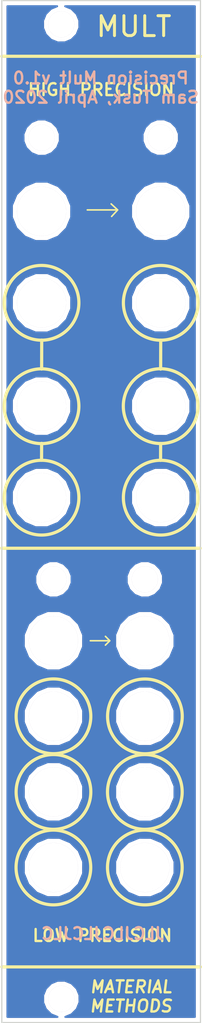
<source format=kicad_pcb>
(kicad_pcb (version 20171130) (host pcbnew "(5.0.1)-3")

  (general
    (thickness 1.6)
    (drawings 45)
    (tracks 0)
    (zones 0)
    (modules 22)
    (nets 1)
  )

  (page A4)
  (layers
    (0 F.Cu signal)
    (31 B.Cu signal)
    (32 B.Adhes user)
    (33 F.Adhes user)
    (34 B.Paste user)
    (35 F.Paste user)
    (36 B.SilkS user)
    (37 F.SilkS user)
    (38 B.Mask user)
    (39 F.Mask user)
    (40 Dwgs.User user)
    (41 Cmts.User user)
    (42 Eco1.User user)
    (43 Eco2.User user hide)
    (44 Edge.Cuts user)
    (45 Margin user)
    (46 B.CrtYd user)
    (47 F.CrtYd user)
    (48 B.Fab user)
    (49 F.Fab user hide)
  )

  (setup
    (last_trace_width 0.35)
    (trace_clearance 0.2)
    (zone_clearance 0.508)
    (zone_45_only no)
    (trace_min 0.2)
    (segment_width 0.4)
    (edge_width 0.15)
    (via_size 0.8)
    (via_drill 0.4)
    (via_min_size 0.4)
    (via_min_drill 0.3)
    (uvia_size 0.3)
    (uvia_drill 0.1)
    (uvias_allowed no)
    (uvia_min_size 0.2)
    (uvia_min_drill 0.1)
    (pcb_text_width 0.3)
    (pcb_text_size 1.5 1.5)
    (mod_edge_width 0.15)
    (mod_text_size 1 1)
    (mod_text_width 0.15)
    (pad_size 1.524 1.524)
    (pad_drill 0.762)
    (pad_to_mask_clearance 0.051)
    (solder_mask_min_width 0.25)
    (aux_axis_origin 0 0)
    (visible_elements 7FFFFFFF)
    (pcbplotparams
      (layerselection 0x010f0_ffffffff)
      (usegerberextensions false)
      (usegerberattributes true)
      (usegerberadvancedattributes false)
      (creategerberjobfile false)
      (excludeedgelayer true)
      (linewidth 0.400000)
      (plotframeref false)
      (viasonmask false)
      (mode 1)
      (useauxorigin true)
      (hpglpennumber 1)
      (hpglpenspeed 20)
      (hpglpendiameter 15.000000)
      (psnegative false)
      (psa4output false)
      (plotreference true)
      (plotvalue true)
      (plotinvisibletext false)
      (padsonsilk false)
      (subtractmaskfromsilk false)
      (outputformat 1)
      (mirror false)
      (drillshape 0)
      (scaleselection 1)
      (outputdirectory ""))
  )

  (net 0 "")

  (net_class Default "This is the default net class."
    (clearance 0.2)
    (trace_width 0.35)
    (via_dia 0.8)
    (via_drill 0.4)
    (uvia_dia 0.3)
    (uvia_drill 0.1)
  )

  (net_class Power ""
    (clearance 0.2)
    (trace_width 0.65)
    (via_dia 0.8)
    (via_drill 0.4)
    (uvia_dia 0.3)
    (uvia_drill 0.1)
  )

  (module "Eurocad:Eurorack Rail Hole" (layer F.Cu) (tedit 5CC36D5A) (tstamp 5E9F6A56)
    (at 127.175 9.125)
    (fp_text reference REF** (at 0 3) (layer F.SilkS) hide
      (effects (font (size 1 1) (thickness 0.15)))
    )
    (fp_text value "Eurorack Rail Hole" (at 0 -3) (layer F.Fab) hide
      (effects (font (size 1 1) (thickness 0.15)))
    )
    (pad 1 thru_hole circle (at 0 0) (size 3.3 3.3) (drill 3.3) (layers *.Cu *.Mask))
  )

  (module "Eurocad:Eurorack Rail Hole" (layer F.Cu) (tedit 5CC36D5A) (tstamp 5E9F6A5F)
    (at 127.19 131.67)
    (fp_text reference REF** (at 0 3) (layer F.SilkS) hide
      (effects (font (size 1 1) (thickness 0.15)))
    )
    (fp_text value "Eurorack Rail Hole" (at 0 -3) (layer F.Fab) hide
      (effects (font (size 1 1) (thickness 0.15)))
    )
    (pad 1 thru_hole circle (at 0 0) (size 3.3 3.3) (drill 3.3) (layers *.Cu *.Mask))
  )

  (module "Eurocad:Eurorack LED hole" (layer F.Cu) (tedit 5CC37007) (tstamp 5E9F6ADF)
    (at 124.71 23.38)
    (fp_text reference "" (at 0 0.5) (layer F.SilkS) hide
      (effects (font (size 1 1) (thickness 0.15)))
    )
    (fp_text value "Eurorack LED hole" (at 0 -2.75) (layer F.Fab)
      (effects (font (size 1 1) (thickness 0.15)))
    )
    (pad 1 thru_hole circle (at 0 0) (size 3.3 3.3) (drill 3.3) (layers *.Cu *.Mask))
  )

  (module "Eurocad:Eurorack LED hole" (layer F.Cu) (tedit 5CC37007) (tstamp 5E9F6AFC)
    (at 139.7 23.37)
    (fp_text reference "" (at 0 0.5) (layer F.SilkS) hide
      (effects (font (size 1 1) (thickness 0.15)))
    )
    (fp_text value "Eurorack LED hole" (at 0 -2.75) (layer F.Fab)
      (effects (font (size 1 1) (thickness 0.15)))
    )
    (pad 1 thru_hole circle (at 0 0) (size 3.3 3.3) (drill 3.3) (layers *.Cu *.Mask))
  )

  (module "Eurocad:Eurorack LED hole" (layer F.Cu) (tedit 5CC37007) (tstamp 5E9F6B19)
    (at 126.2 78.92)
    (fp_text reference "" (at 0 0.5) (layer F.SilkS) hide
      (effects (font (size 1 1) (thickness 0.15)))
    )
    (fp_text value "Eurorack LED hole" (at 0 -2.75) (layer F.Fab)
      (effects (font (size 1 1) (thickness 0.15)))
    )
    (pad 1 thru_hole circle (at 0 0) (size 3.3 3.3) (drill 3.3) (layers *.Cu *.Mask))
  )

  (module "Eurocad:Eurorack LED hole" (layer F.Cu) (tedit 5CC37007) (tstamp 5E9F6B36)
    (at 137.7 78.92)
    (fp_text reference "" (at 0 0.5) (layer F.SilkS) hide
      (effects (font (size 1 1) (thickness 0.15)))
    )
    (fp_text value "Eurorack LED hole" (at 0 -2.75) (layer F.Fab)
      (effects (font (size 1 1) (thickness 0.15)))
    )
    (pad 1 thru_hole circle (at 0 0) (size 3.3 3.3) (drill 3.3) (layers *.Cu *.Mask))
  )

  (module "Eurocad:Eurorack jack hole" (layer F.Cu) (tedit 5CC36F82) (tstamp 5E9F6B80)
    (at 124.7 32.65)
    (fp_text reference "" (at -0.25 4.75) (layer F.SilkS) hide
      (effects (font (size 1 1) (thickness 0.15)))
    )
    (fp_text value "Eurorack jack hole" (at 0 -4.25) (layer F.Fab)
      (effects (font (size 1 1) (thickness 0.15)))
    )
    (pad 1 thru_hole circle (at 0 0) (size 6.2 6.2) (drill 6.2) (layers *.Cu *.Mask))
  )

  (module "Eurocad:Eurorack jack hole" (layer F.Cu) (tedit 5CC36F82) (tstamp 5E9F6BA1)
    (at 139.7 32.64)
    (fp_text reference "" (at -0.25 4.75) (layer F.SilkS) hide
      (effects (font (size 1 1) (thickness 0.15)))
    )
    (fp_text value "Eurorack jack hole" (at 0 -4.25) (layer F.Fab)
      (effects (font (size 1 1) (thickness 0.15)))
    )
    (pad 1 thru_hole circle (at 0 0) (size 6.2 6.2) (drill 6.2) (layers *.Cu *.Mask))
  )

  (module "Eurocad:Eurorack jack hole" (layer F.Cu) (tedit 5CC36F82) (tstamp 5E9F6BC2)
    (at 124.7 44.15)
    (fp_text reference "" (at -0.25 4.75) (layer F.SilkS) hide
      (effects (font (size 1 1) (thickness 0.15)))
    )
    (fp_text value "Eurorack jack hole" (at 0 -4.25) (layer F.Fab)
      (effects (font (size 1 1) (thickness 0.15)))
    )
    (pad 1 thru_hole circle (at 0 0) (size 6.2 6.2) (drill 6.2) (layers *.Cu *.Mask))
  )

  (module "Eurocad:Eurorack jack hole" (layer F.Cu) (tedit 5CC36F82) (tstamp 5E9F6BE3)
    (at 139.7 44.14)
    (fp_text reference "" (at -0.25 4.75) (layer F.SilkS) hide
      (effects (font (size 1 1) (thickness 0.15)))
    )
    (fp_text value "Eurorack jack hole" (at 0 -4.25) (layer F.Fab)
      (effects (font (size 1 1) (thickness 0.15)))
    )
    (pad 1 thru_hole circle (at 0 0) (size 6.2 6.2) (drill 6.2) (layers *.Cu *.Mask))
  )

  (module "Eurocad:Eurorack jack hole" (layer F.Cu) (tedit 5CC36F82) (tstamp 5E9F6C04)
    (at 139.7 57.15)
    (fp_text reference "" (at -0.25 4.75) (layer F.SilkS) hide
      (effects (font (size 1 1) (thickness 0.15)))
    )
    (fp_text value "Eurorack jack hole" (at 0 -4.25) (layer F.Fab)
      (effects (font (size 1 1) (thickness 0.15)))
    )
    (pad 1 thru_hole circle (at 0 0) (size 6.2 6.2) (drill 6.2) (layers *.Cu *.Mask))
  )

  (module "Eurocad:Eurorack jack hole" (layer F.Cu) (tedit 5CC36F82) (tstamp 5E9F6C25)
    (at 124.7 57.14)
    (fp_text reference "" (at -0.25 4.75) (layer F.SilkS) hide
      (effects (font (size 1 1) (thickness 0.15)))
    )
    (fp_text value "Eurorack jack hole" (at 0 -4.25) (layer F.Fab)
      (effects (font (size 1 1) (thickness 0.15)))
    )
    (pad 1 thru_hole circle (at 0 0) (size 6.2 6.2) (drill 6.2) (layers *.Cu *.Mask))
  )

  (module "Eurocad:Eurorack jack hole" (layer F.Cu) (tedit 5CC36F82) (tstamp 5E9F6C46)
    (at 124.7 68.64)
    (fp_text reference "" (at -0.25 4.75) (layer F.SilkS) hide
      (effects (font (size 1 1) (thickness 0.15)))
    )
    (fp_text value "Eurorack jack hole" (at 0 -4.25) (layer F.Fab)
      (effects (font (size 1 1) (thickness 0.15)))
    )
    (pad 1 thru_hole circle (at 0 0) (size 6.2 6.2) (drill 6.2) (layers *.Cu *.Mask))
  )

  (module "Eurocad:Eurorack jack hole" (layer F.Cu) (tedit 5CC36F82) (tstamp 5E9F6C67)
    (at 139.7 68.64)
    (fp_text reference "" (at -0.25 4.75) (layer F.SilkS) hide
      (effects (font (size 1 1) (thickness 0.15)))
    )
    (fp_text value "Eurorack jack hole" (at 0 -4.25) (layer F.Fab)
      (effects (font (size 1 1) (thickness 0.15)))
    )
    (pad 1 thru_hole circle (at 0 0) (size 6.2 6.2) (drill 6.2) (layers *.Cu *.Mask))
  )

  (module "Eurocad:Eurorack jack hole" (layer F.Cu) (tedit 5CC36F82) (tstamp 5E9F6C88)
    (at 126.2 86.64)
    (fp_text reference "" (at -0.25 4.75) (layer F.SilkS) hide
      (effects (font (size 1 1) (thickness 0.15)))
    )
    (fp_text value "Eurorack jack hole" (at 0 -4.25) (layer F.Fab)
      (effects (font (size 1 1) (thickness 0.15)))
    )
    (pad 1 thru_hole circle (at 0 0) (size 6.2 6.2) (drill 6.2) (layers *.Cu *.Mask))
  )

  (module "Eurocad:Eurorack jack hole" (layer F.Cu) (tedit 5CC36F82) (tstamp 5E9F6CA9)
    (at 137.7 86.64)
    (fp_text reference "" (at -0.25 4.75) (layer F.SilkS) hide
      (effects (font (size 1 1) (thickness 0.15)))
    )
    (fp_text value "Eurorack jack hole" (at 0 -4.25) (layer F.Fab)
      (effects (font (size 1 1) (thickness 0.15)))
    )
    (pad 1 thru_hole circle (at 0 0) (size 6.2 6.2) (drill 6.2) (layers *.Cu *.Mask))
  )

  (module "Eurocad:Eurorack jack hole" (layer F.Cu) (tedit 5CC36F82) (tstamp 5E9F6CCA)
    (at 137.7 96.14)
    (fp_text reference "" (at -0.25 4.75) (layer F.SilkS) hide
      (effects (font (size 1 1) (thickness 0.15)))
    )
    (fp_text value "Eurorack jack hole" (at 0 -4.25) (layer F.Fab)
      (effects (font (size 1 1) (thickness 0.15)))
    )
    (pad 1 thru_hole circle (at 0 0) (size 6.2 6.2) (drill 6.2) (layers *.Cu *.Mask))
  )

  (module "Eurocad:Eurorack jack hole" (layer F.Cu) (tedit 5CC36F82) (tstamp 5E9F6CEB)
    (at 126.2 96.14)
    (fp_text reference "" (at -0.25 4.75) (layer F.SilkS) hide
      (effects (font (size 1 1) (thickness 0.15)))
    )
    (fp_text value "Eurorack jack hole" (at 0 -4.25) (layer F.Fab)
      (effects (font (size 1 1) (thickness 0.15)))
    )
    (pad 1 thru_hole circle (at 0 0) (size 6.2 6.2) (drill 6.2) (layers *.Cu *.Mask))
  )

  (module "Eurocad:Eurorack jack hole" (layer F.Cu) (tedit 5CC36F82) (tstamp 5E9F6D0C)
    (at 126.2 105.64)
    (fp_text reference "" (at -0.25 4.75) (layer F.SilkS) hide
      (effects (font (size 1 1) (thickness 0.15)))
    )
    (fp_text value "Eurorack jack hole" (at 0 -4.25) (layer F.Fab)
      (effects (font (size 1 1) (thickness 0.15)))
    )
    (pad 1 thru_hole circle (at 0 0) (size 6.2 6.2) (drill 6.2) (layers *.Cu *.Mask))
  )

  (module "Eurocad:Eurorack jack hole" (layer F.Cu) (tedit 5CC36F82) (tstamp 5E9F6D2D)
    (at 137.7 105.65)
    (fp_text reference "" (at -0.25 4.75) (layer F.SilkS) hide
      (effects (font (size 1 1) (thickness 0.15)))
    )
    (fp_text value "Eurorack jack hole" (at 0 -4.25) (layer F.Fab)
      (effects (font (size 1 1) (thickness 0.15)))
    )
    (pad 1 thru_hole circle (at 0 0) (size 6.2 6.2) (drill 6.2) (layers *.Cu *.Mask))
  )

  (module "Eurocad:Eurorack jack hole" (layer F.Cu) (tedit 5CC36F82) (tstamp 5E9F6D4E)
    (at 126.2 115.15)
    (fp_text reference "" (at -0.25 4.75) (layer F.SilkS) hide
      (effects (font (size 1 1) (thickness 0.15)))
    )
    (fp_text value "Eurorack jack hole" (at 0 -4.25) (layer F.Fab)
      (effects (font (size 1 1) (thickness 0.15)))
    )
    (pad 1 thru_hole circle (at 0 0) (size 6.2 6.2) (drill 6.2) (layers *.Cu *.Mask))
  )

  (module "Eurocad:Eurorack jack hole" (layer F.Cu) (tedit 5CC36F82) (tstamp 5E9F6D6F)
    (at 137.7 115.15)
    (fp_text reference "" (at -0.25 4.75) (layer F.SilkS) hide
      (effects (font (size 1 1) (thickness 0.15)))
    )
    (fp_text value "Eurorack jack hole" (at 0 -4.25) (layer F.Fab)
      (effects (font (size 1 1) (thickness 0.15)))
    )
    (pad 1 thru_hole circle (at 0 0) (size 6.2 6.2) (drill 6.2) (layers *.Cu *.Mask))
  )

  (gr_text "Precision Mult v1.0\nSam Tusk, April 2020" (at 132.15 17.1) (layer B.SilkS)
    (effects (font (size 1.5 1.5) (thickness 0.3)) (justify mirror))
  )
  (gr_text JLCJLCJLCJLC (at 132.41 123.47) (layer B.SilkS)
    (effects (font (size 1.5 1.5) (thickness 0.3)) (justify mirror))
  )
  (gr_line (start 139.7 48.84) (end 139.69 52.49) (layer F.SilkS) (width 0.4) (tstamp 5EA09824))
  (gr_line (start 139.69 61.83) (end 139.68 63.97) (layer F.SilkS) (width 0.4) (tstamp 5EA09823))
  (gr_line (start 124.71 61.82) (end 124.7 63.96) (layer F.SilkS) (width 0.4) (tstamp 5EA0981C))
  (gr_line (start 124.72 48.83) (end 124.71 52.48) (layer F.SilkS) (width 0.4))
  (gr_line (start 119.67 75.01) (end 144.67 75.01) (layer F.SilkS) (width 0.4) (tstamp 5E9F8018))
  (gr_text "LOW PRECISION" (at 132.35 123.71) (layer F.SilkS) (tstamp 5E9F7C01)
    (effects (font (size 1.5 1.5) (thickness 0.3)))
  )
  (gr_text "HIGH PRECISION" (at 132.2 17.35) (layer F.SilkS) (tstamp 5E9F7BEE)
    (effects (font (size 1.5 1.5) (thickness 0.3)))
  )
  (gr_line (start 133.29 86.64) (end 132.74 87.19) (layer F.SilkS) (width 0.2) (tstamp 5E9F7BDC))
  (gr_line (start 133.29 86.64) (end 132.74 86.09) (layer F.SilkS) (width 0.2) (tstamp 5E9F7BD1))
  (gr_line (start 130.84 86.64) (end 133.28 86.64) (layer F.SilkS) (width 0.2) (tstamp 5E9F7BD0))
  (gr_line (start 134.28 32.47) (end 133.52 33.29) (layer F.SilkS) (width 0.2) (tstamp 5E9F7BC8))
  (gr_line (start 134.28 32.47) (end 133.46 31.71) (layer F.SilkS) (width 0.2))
  (gr_line (start 130.46 32.47) (end 134.27 32.47) (layer F.SilkS) (width 0.2))
  (gr_line (start 45 56.5) (end 45 43.5) (layer Eco2.User) (width 0.2))
  (gr_circle (center 139.7 44.15) (end 144.400011 44.15) (layer F.SilkS) (width 0.4) (tstamp 5E9F71ED))
  (gr_circle (center 124.7 44.15) (end 129.400011 44.15) (layer F.SilkS) (width 0.4) (tstamp 5E9F71EB))
  (gr_circle (center 124.7 57.15) (end 129.400011 57.15) (layer F.SilkS) (width 0.4) (tstamp 5E9F71E9))
  (gr_circle (center 139.689989 57.14) (end 144.39 57.14) (layer F.SilkS) (width 0.4) (tstamp 5E9F71E7))
  (gr_circle (center 139.7 68.65) (end 144.400011 68.65) (layer F.SilkS) (width 0.4) (tstamp 5E9F71E5))
  (gr_circle (center 124.7 68.65) (end 129.400011 68.65) (layer F.SilkS) (width 0.4) (tstamp 5E9F71E2))
  (gr_circle (center 137.71 96.15) (end 142.410011 96.15) (layer F.SilkS) (width 0.4) (tstamp 5E9F71DB))
  (gr_circle (center 126.2 96.140011) (end 130.900011 96.140011) (layer F.SilkS) (width 0.4) (tstamp 5E9F71D9))
  (gr_circle (center 137.699989 105.65) (end 142.4 105.65) (layer F.SilkS) (width 0.4) (tstamp 5E9F71CE))
  (gr_circle (center 126.2 105.65) (end 130.900011 105.65) (layer F.SilkS) (width 0.4) (tstamp 5E9F71CC))
  (gr_circle (center 126.190011 115.15) (end 130.890022 115.15) (layer F.SilkS) (width 0.4) (tstamp 5E9F71CA))
  (gr_circle (center 137.7 115.15) (end 142.400011 115.15) (layer F.SilkS) (width 0.4))
  (gr_line (start 119.7 127.65) (end 144.7 127.65) (layer F.SilkS) (width 0.4))
  (gr_line (start 119.7 13.15) (end 144.7 13.16) (layer F.SilkS) (width 0.4))
  (gr_text MULT (at 136.32 9.41) (layer F.SilkS) (tstamp 5E9F6D9B)
    (effects (font (size 2.5 2.5) (thickness 0.375)))
  )
  (gr_text "MATERIAL\nMETHODS" (at 135.96 131.37) (layer F.SilkS)
    (effects (font (size 1.5 1.5) (thickness 0.3) italic))
  )
  (gr_line (start 119.7 127.65) (end 119.7 134.65) (layer Eco2.User) (width 0.15) (tstamp 5E9F6D7D))
  (gr_line (start 119.7 134.65) (end 127.2 134.65) (layer Eco2.User) (width 0.15) (tstamp 5E9F62C4))
  (gr_line (start 127.2 134.65) (end 127.2 131.65) (layer Eco2.User) (width 0.15) (tstamp 5E9F62C3))
  (gr_line (start 119.7 131.65) (end 119.7 134.65) (layer Eco2.User) (width 0.15) (tstamp 5E9F62C2))
  (gr_line (start 127.2 131.65) (end 119.725 131.65) (layer Eco2.User) (width 0.15) (tstamp 5E9F62C1))
  (gr_line (start 127.2 6.15) (end 119.725 6.15) (layer Eco2.User) (width 0.15))
  (gr_line (start 127.2 9.15) (end 127.2 6.15) (layer Eco2.User) (width 0.15))
  (gr_line (start 119.7 9.15) (end 127.2 9.15) (layer Eco2.User) (width 0.15))
  (gr_line (start 119.7 6.15) (end 119.7 13.15) (layer Eco2.User) (width 0.15))
  (gr_line (start 119.7 134.65) (end 144.7 134.65) (layer Edge.Cuts) (width 0.15))
  (gr_line (start 119.7 6.15) (end 144.7 6.15) (layer Edge.Cuts) (width 0.15))
  (gr_line (start 144.7 134.65) (end 144.7 6.15) (layer Edge.Cuts) (width 0.15) (tstamp 5E9F6196))
  (gr_line (start 119.7 134.65) (end 119.7 6.15) (layer Edge.Cuts) (width 0.15))

  (zone (net 0) (net_name "") (layer F.Cu) (tstamp 5EA0A219) (hatch edge 0.508)
    (connect_pads (clearance 0.508))
    (min_thickness 0.254)
    (fill yes (arc_segments 16) (thermal_gap 0.508) (thermal_bridge_width 0.508))
    (polygon
      (pts
        (xy 119.69 6.17) (xy 144.68 6.16) (xy 144.69 134.67) (xy 119.71 134.66)
      )
    )
    (filled_polygon
      (pts
        (xy 125.910379 7.168334) (xy 125.905443 7.177601) (xy 125.880651 7.18787) (xy 125.23787 7.830651) (xy 125.227601 7.855443)
        (xy 125.218334 7.860379) (xy 125.057272 8.266653) (xy 124.89 8.670485) (xy 124.89 8.688594) (xy 124.883327 8.705426)
        (xy 124.89 9.142435) (xy 124.89 9.579515) (xy 124.89693 9.596244) (xy 124.897206 9.61435) (xy 125.218334 10.389621)
        (xy 125.227601 10.394557) (xy 125.23787 10.419349) (xy 125.880651 11.06213) (xy 125.905443 11.072399) (xy 125.910379 11.081666)
        (xy 126.316653 11.242728) (xy 126.720485 11.41) (xy 126.738594 11.41) (xy 126.755426 11.416673) (xy 127.192435 11.41)
        (xy 127.629515 11.41) (xy 127.646244 11.40307) (xy 127.66435 11.402794) (xy 128.439621 11.081666) (xy 128.444557 11.072399)
        (xy 128.469349 11.06213) (xy 129.11213 10.419349) (xy 129.122399 10.394557) (xy 129.131666 10.389621) (xy 129.292728 9.983347)
        (xy 129.46 9.579515) (xy 129.46 9.561406) (xy 129.466673 9.544574) (xy 129.46 9.107565) (xy 129.46 8.670485)
        (xy 129.45307 8.653756) (xy 129.452794 8.63565) (xy 129.131666 7.860379) (xy 129.122399 7.855443) (xy 129.11213 7.830651)
        (xy 128.469349 7.18787) (xy 128.444557 7.177601) (xy 128.439621 7.168334) (xy 128.033347 7.007272) (xy 127.677799 6.86)
        (xy 143.990001 6.86) (xy 143.99 133.94) (xy 127.698166 133.94) (xy 128.454621 133.626666) (xy 128.459557 133.617399)
        (xy 128.484349 133.60713) (xy 129.12713 132.964349) (xy 129.137399 132.939557) (xy 129.146666 132.934621) (xy 129.307728 132.528347)
        (xy 129.475 132.124515) (xy 129.475 132.106406) (xy 129.481673 132.089574) (xy 129.475 131.652565) (xy 129.475 131.215485)
        (xy 129.46807 131.198756) (xy 129.467794 131.18065) (xy 129.146666 130.405379) (xy 129.137399 130.400443) (xy 129.12713 130.375651)
        (xy 128.484349 129.73287) (xy 128.459557 129.722601) (xy 128.454621 129.713334) (xy 128.048347 129.552272) (xy 127.644515 129.385)
        (xy 127.626406 129.385) (xy 127.609574 129.378327) (xy 127.172565 129.385) (xy 126.735485 129.385) (xy 126.718756 129.39193)
        (xy 126.70065 129.392206) (xy 125.925379 129.713334) (xy 125.920443 129.722601) (xy 125.895651 129.73287) (xy 125.25287 130.375651)
        (xy 125.242601 130.400443) (xy 125.233334 130.405379) (xy 125.072272 130.811653) (xy 124.905 131.215485) (xy 124.905 131.233594)
        (xy 124.898327 131.250426) (xy 124.905 131.687435) (xy 124.905 132.124515) (xy 124.91193 132.141244) (xy 124.912206 132.15935)
        (xy 125.233334 132.934621) (xy 125.242601 132.939557) (xy 125.25287 132.964349) (xy 125.895651 133.60713) (xy 125.920443 133.617399)
        (xy 125.925379 133.626666) (xy 126.331653 133.787728) (xy 126.699272 133.94) (xy 120.41 133.94) (xy 120.41 115.870835)
        (xy 122.460671 115.870835) (xy 122.465 115.881463) (xy 122.465 115.892938) (xy 122.745061 116.569065) (xy 123.021162 117.246944)
        (xy 123.03349 117.265394) (xy 123.03362 117.265708) (xy 123.03386 117.265948) (xy 123.046188 117.284398) (xy 123.068982 117.30107)
        (xy 124.04893 118.281018) (xy 124.065602 118.303812) (xy 124.076178 118.308266) (xy 124.084292 118.31638) (xy 124.760425 118.596444)
        (xy 125.434985 118.880541) (xy 125.446461 118.880609) (xy 125.457062 118.885) (xy 126.1889 118.885) (xy 126.920835 118.889329)
        (xy 126.931463 118.885) (xy 126.942938 118.885) (xy 127.619065 118.604939) (xy 128.296944 118.328838) (xy 128.315394 118.31651)
        (xy 128.315708 118.31638) (xy 128.315948 118.31614) (xy 128.334398 118.303812) (xy 128.35107 118.281018) (xy 129.331018 117.30107)
        (xy 129.353812 117.284398) (xy 129.358266 117.273822) (xy 129.36638 117.265708) (xy 129.646444 116.589575) (xy 129.930541 115.915015)
        (xy 129.930609 115.903539) (xy 129.935 115.892938) (xy 129.935 115.870835) (xy 133.960671 115.870835) (xy 133.965 115.881463)
        (xy 133.965 115.892938) (xy 134.245061 116.569065) (xy 134.521162 117.246944) (xy 134.53349 117.265394) (xy 134.53362 117.265708)
        (xy 134.53386 117.265948) (xy 134.546188 117.284398) (xy 134.568982 117.30107) (xy 135.54893 118.281018) (xy 135.565602 118.303812)
        (xy 135.576178 118.308266) (xy 135.584292 118.31638) (xy 136.260425 118.596444) (xy 136.934985 118.880541) (xy 136.946461 118.880609)
        (xy 136.957062 118.885) (xy 137.6889 118.885) (xy 138.420835 118.889329) (xy 138.431463 118.885) (xy 138.442938 118.885)
        (xy 139.119065 118.604939) (xy 139.796944 118.328838) (xy 139.815394 118.31651) (xy 139.815708 118.31638) (xy 139.815948 118.31614)
        (xy 139.834398 118.303812) (xy 139.85107 118.281018) (xy 140.831018 117.30107) (xy 140.853812 117.284398) (xy 140.858266 117.273822)
        (xy 140.86638 117.265708) (xy 141.146444 116.589575) (xy 141.430541 115.915015) (xy 141.430609 115.903539) (xy 141.435 115.892938)
        (xy 141.435 115.1611) (xy 141.439329 114.429165) (xy 141.435 114.418537) (xy 141.435 114.407062) (xy 141.154939 113.730935)
        (xy 140.878838 113.053056) (xy 140.86651 113.034606) (xy 140.86638 113.034292) (xy 140.86614 113.034052) (xy 140.853812 113.015602)
        (xy 140.831018 112.99893) (xy 139.85107 112.018982) (xy 139.834398 111.996188) (xy 139.823822 111.991734) (xy 139.815708 111.98362)
        (xy 139.139575 111.703556) (xy 138.465015 111.419459) (xy 138.453539 111.419391) (xy 138.442938 111.415) (xy 137.7111 111.415)
        (xy 136.979165 111.410671) (xy 136.968537 111.415) (xy 136.957062 111.415) (xy 136.280935 111.695061) (xy 135.603056 111.971162)
        (xy 135.584606 111.98349) (xy 135.584292 111.98362) (xy 135.584052 111.98386) (xy 135.565602 111.996188) (xy 135.54893 112.018982)
        (xy 134.568982 112.99893) (xy 134.546188 113.015602) (xy 134.541734 113.026178) (xy 134.53362 113.034292) (xy 134.253556 113.710425)
        (xy 133.969459 114.384985) (xy 133.969391 114.396461) (xy 133.965 114.407062) (xy 133.965 115.1389) (xy 133.960671 115.870835)
        (xy 129.935 115.870835) (xy 129.935 115.1611) (xy 129.939329 114.429165) (xy 129.935 114.418537) (xy 129.935 114.407062)
        (xy 129.654939 113.730935) (xy 129.378838 113.053056) (xy 129.36651 113.034606) (xy 129.36638 113.034292) (xy 129.36614 113.034052)
        (xy 129.353812 113.015602) (xy 129.331018 112.99893) (xy 128.35107 112.018982) (xy 128.334398 111.996188) (xy 128.323822 111.991734)
        (xy 128.315708 111.98362) (xy 127.639575 111.703556) (xy 126.965015 111.419459) (xy 126.953539 111.419391) (xy 126.942938 111.415)
        (xy 126.2111 111.415) (xy 125.479165 111.410671) (xy 125.468537 111.415) (xy 125.457062 111.415) (xy 124.780935 111.695061)
        (xy 124.103056 111.971162) (xy 124.084606 111.98349) (xy 124.084292 111.98362) (xy 124.084052 111.98386) (xy 124.065602 111.996188)
        (xy 124.04893 112.018982) (xy 123.068982 112.99893) (xy 123.046188 113.015602) (xy 123.041734 113.026178) (xy 123.03362 113.034292)
        (xy 122.753556 113.710425) (xy 122.469459 114.384985) (xy 122.469391 114.396461) (xy 122.465 114.407062) (xy 122.465 115.1389)
        (xy 122.460671 115.870835) (xy 120.41 115.870835) (xy 120.41 106.360835) (xy 122.460671 106.360835) (xy 122.465 106.371463)
        (xy 122.465 106.382938) (xy 122.745061 107.059065) (xy 123.021162 107.736944) (xy 123.03349 107.755394) (xy 123.03362 107.755708)
        (xy 123.03386 107.755948) (xy 123.046188 107.774398) (xy 123.068982 107.79107) (xy 124.04893 108.771018) (xy 124.065602 108.793812)
        (xy 124.076178 108.798266) (xy 124.084292 108.80638) (xy 124.760425 109.086444) (xy 125.434985 109.370541) (xy 125.446461 109.370609)
        (xy 125.457062 109.375) (xy 126.1889 109.375) (xy 126.920835 109.379329) (xy 126.931463 109.375) (xy 126.942938 109.375)
        (xy 127.619065 109.094939) (xy 128.296944 108.818838) (xy 128.315394 108.80651) (xy 128.315708 108.80638) (xy 128.315948 108.80614)
        (xy 128.334398 108.793812) (xy 128.35107 108.771018) (xy 129.331018 107.79107) (xy 129.353812 107.774398) (xy 129.358266 107.763822)
        (xy 129.36638 107.755708) (xy 129.646444 107.079575) (xy 129.930541 106.405015) (xy 129.930609 106.393539) (xy 129.935 106.382938)
        (xy 129.935 106.370835) (xy 133.960671 106.370835) (xy 133.965 106.381463) (xy 133.965 106.392938) (xy 134.245061 107.069065)
        (xy 134.521162 107.746944) (xy 134.53349 107.765394) (xy 134.53362 107.765708) (xy 134.53386 107.765948) (xy 134.546188 107.784398)
        (xy 134.568982 107.80107) (xy 135.54893 108.781018) (xy 135.565602 108.803812) (xy 135.576178 108.808266) (xy 135.584292 108.81638)
        (xy 136.260425 109.096444) (xy 136.934985 109.380541) (xy 136.946461 109.380609) (xy 136.957062 109.385) (xy 137.6889 109.385)
        (xy 138.420835 109.389329) (xy 138.431463 109.385) (xy 138.442938 109.385) (xy 139.119065 109.104939) (xy 139.796944 108.828838)
        (xy 139.815394 108.81651) (xy 139.815708 108.81638) (xy 139.815948 108.81614) (xy 139.834398 108.803812) (xy 139.85107 108.781018)
        (xy 140.831018 107.80107) (xy 140.853812 107.784398) (xy 140.858266 107.773822) (xy 140.86638 107.765708) (xy 141.146444 107.089575)
        (xy 141.430541 106.415015) (xy 141.430609 106.403539) (xy 141.435 106.392938) (xy 141.435 105.6611) (xy 141.439329 104.929165)
        (xy 141.435 104.918537) (xy 141.435 104.907062) (xy 141.154939 104.230935) (xy 140.878838 103.553056) (xy 140.86651 103.534606)
        (xy 140.86638 103.534292) (xy 140.86614 103.534052) (xy 140.853812 103.515602) (xy 140.831018 103.49893) (xy 139.85107 102.518982)
        (xy 139.834398 102.496188) (xy 139.823822 102.491734) (xy 139.815708 102.48362) (xy 139.139575 102.203556) (xy 138.465015 101.919459)
        (xy 138.453539 101.919391) (xy 138.442938 101.915) (xy 137.7111 101.915) (xy 136.979165 101.910671) (xy 136.968537 101.915)
        (xy 136.957062 101.915) (xy 136.280935 102.195061) (xy 135.603056 102.471162) (xy 135.584606 102.48349) (xy 135.584292 102.48362)
        (xy 135.584052 102.48386) (xy 135.565602 102.496188) (xy 135.54893 102.518982) (xy 134.568982 103.49893) (xy 134.546188 103.515602)
        (xy 134.541734 103.526178) (xy 134.53362 103.534292) (xy 134.253556 104.210425) (xy 133.969459 104.884985) (xy 133.969391 104.896461)
        (xy 133.965 104.907062) (xy 133.965 105.6389) (xy 133.960671 106.370835) (xy 129.935 106.370835) (xy 129.935 105.6511)
        (xy 129.939329 104.919165) (xy 129.935 104.908537) (xy 129.935 104.897062) (xy 129.654939 104.220935) (xy 129.378838 103.543056)
        (xy 129.36651 103.524606) (xy 129.36638 103.524292) (xy 129.36614 103.524052) (xy 129.353812 103.505602) (xy 129.331018 103.48893)
        (xy 128.35107 102.508982) (xy 128.334398 102.486188) (xy 128.323822 102.481734) (xy 128.315708 102.47362) (xy 127.639575 102.193556)
        (xy 126.965015 101.909459) (xy 126.953539 101.909391) (xy 126.942938 101.905) (xy 126.2111 101.905) (xy 125.479165 101.900671)
        (xy 125.468537 101.905) (xy 125.457062 101.905) (xy 124.780935 102.185061) (xy 124.103056 102.461162) (xy 124.084606 102.47349)
        (xy 124.084292 102.47362) (xy 124.084052 102.47386) (xy 124.065602 102.486188) (xy 124.04893 102.508982) (xy 123.068982 103.48893)
        (xy 123.046188 103.505602) (xy 123.041734 103.516178) (xy 123.03362 103.524292) (xy 122.753556 104.200425) (xy 122.469459 104.874985)
        (xy 122.469391 104.886461) (xy 122.465 104.897062) (xy 122.465 105.6289) (xy 122.460671 106.360835) (xy 120.41 106.360835)
        (xy 120.41 96.860835) (xy 122.460671 96.860835) (xy 122.465 96.871463) (xy 122.465 96.882938) (xy 122.745061 97.559065)
        (xy 123.021162 98.236944) (xy 123.03349 98.255394) (xy 123.03362 98.255708) (xy 123.03386 98.255948) (xy 123.046188 98.274398)
        (xy 123.068982 98.29107) (xy 124.04893 99.271018) (xy 124.065602 99.293812) (xy 124.076178 99.298266) (xy 124.084292 99.30638)
        (xy 124.760425 99.586444) (xy 125.434985 99.870541) (xy 125.446461 99.870609) (xy 125.457062 99.875) (xy 126.1889 99.875)
        (xy 126.920835 99.879329) (xy 126.931463 99.875) (xy 126.942938 99.875) (xy 127.619065 99.594939) (xy 128.296944 99.318838)
        (xy 128.315394 99.30651) (xy 128.315708 99.30638) (xy 128.315948 99.30614) (xy 128.334398 99.293812) (xy 128.35107 99.271018)
        (xy 129.331018 98.29107) (xy 129.353812 98.274398) (xy 129.358266 98.263822) (xy 129.36638 98.255708) (xy 129.646444 97.579575)
        (xy 129.930541 96.905015) (xy 129.930609 96.893539) (xy 129.935 96.882938) (xy 129.935 96.860835) (xy 133.960671 96.860835)
        (xy 133.965 96.871463) (xy 133.965 96.882938) (xy 134.245061 97.559065) (xy 134.521162 98.236944) (xy 134.53349 98.255394)
        (xy 134.53362 98.255708) (xy 134.53386 98.255948) (xy 134.546188 98.274398) (xy 134.568982 98.29107) (xy 135.54893 99.271018)
        (xy 135.565602 99.293812) (xy 135.576178 99.298266) (xy 135.584292 99.30638) (xy 136.260425 99.586444) (xy 136.934985 99.870541)
        (xy 136.946461 99.870609) (xy 136.957062 99.875) (xy 137.6889 99.875) (xy 138.420835 99.879329) (xy 138.431463 99.875)
        (xy 138.442938 99.875) (xy 139.119065 99.594939) (xy 139.796944 99.318838) (xy 139.815394 99.30651) (xy 139.815708 99.30638)
        (xy 139.815948 99.30614) (xy 139.834398 99.293812) (xy 139.85107 99.271018) (xy 140.831018 98.29107) (xy 140.853812 98.274398)
        (xy 140.858266 98.263822) (xy 140.86638 98.255708) (xy 141.146444 97.579575) (xy 141.430541 96.905015) (xy 141.430609 96.893539)
        (xy 141.435 96.882938) (xy 141.435 96.1511) (xy 141.439329 95.419165) (xy 141.435 95.408537) (xy 141.435 95.397062)
        (xy 141.154939 94.720935) (xy 140.878838 94.043056) (xy 140.86651 94.024606) (xy 140.86638 94.024292) (xy 140.86614 94.024052)
        (xy 140.853812 94.005602) (xy 140.831018 93.98893) (xy 139.85107 93.008982) (xy 139.834398 92.986188) (xy 139.823822 92.981734)
        (xy 139.815708 92.97362) (xy 139.139575 92.693556) (xy 138.465015 92.409459) (xy 138.453539 92.409391) (xy 138.442938 92.405)
        (xy 137.7111 92.405) (xy 136.979165 92.400671) (xy 136.968537 92.405) (xy 136.957062 92.405) (xy 136.280935 92.685061)
        (xy 135.603056 92.961162) (xy 135.584606 92.97349) (xy 135.584292 92.97362) (xy 135.584052 92.97386) (xy 135.565602 92.986188)
        (xy 135.54893 93.008982) (xy 134.568982 93.98893) (xy 134.546188 94.005602) (xy 134.541734 94.016178) (xy 134.53362 94.024292)
        (xy 134.253556 94.700425) (xy 133.969459 95.374985) (xy 133.969391 95.386461) (xy 133.965 95.397062) (xy 133.965 96.1289)
        (xy 133.960671 96.860835) (xy 129.935 96.860835) (xy 129.935 96.1511) (xy 129.939329 95.419165) (xy 129.935 95.408537)
        (xy 129.935 95.397062) (xy 129.654939 94.720935) (xy 129.378838 94.043056) (xy 129.36651 94.024606) (xy 129.36638 94.024292)
        (xy 129.36614 94.024052) (xy 129.353812 94.005602) (xy 129.331018 93.98893) (xy 128.35107 93.008982) (xy 128.334398 92.986188)
        (xy 128.323822 92.981734) (xy 128.315708 92.97362) (xy 127.639575 92.693556) (xy 126.965015 92.409459) (xy 126.953539 92.409391)
        (xy 126.942938 92.405) (xy 126.2111 92.405) (xy 125.479165 92.400671) (xy 125.468537 92.405) (xy 125.457062 92.405)
        (xy 124.780935 92.685061) (xy 124.103056 92.961162) (xy 124.084606 92.97349) (xy 124.084292 92.97362) (xy 124.084052 92.97386)
        (xy 124.065602 92.986188) (xy 124.04893 93.008982) (xy 123.068982 93.98893) (xy 123.046188 94.005602) (xy 123.041734 94.016178)
        (xy 123.03362 94.024292) (xy 122.753556 94.700425) (xy 122.469459 95.374985) (xy 122.469391 95.386461) (xy 122.465 95.397062)
        (xy 122.465 96.1289) (xy 122.460671 96.860835) (xy 120.41 96.860835) (xy 120.41 87.360835) (xy 122.460671 87.360835)
        (xy 122.465 87.371463) (xy 122.465 87.382938) (xy 122.745061 88.059065) (xy 123.021162 88.736944) (xy 123.03349 88.755394)
        (xy 123.03362 88.755708) (xy 123.03386 88.755948) (xy 123.046188 88.774398) (xy 123.068982 88.79107) (xy 124.04893 89.771018)
        (xy 124.065602 89.793812) (xy 124.076178 89.798266) (xy 124.084292 89.80638) (xy 124.760425 90.086444) (xy 125.434985 90.370541)
        (xy 125.446461 90.370609) (xy 125.457062 90.375) (xy 126.1889 90.375) (xy 126.920835 90.379329) (xy 126.931463 90.375)
        (xy 126.942938 90.375) (xy 127.619065 90.094939) (xy 128.296944 89.818838) (xy 128.315394 89.80651) (xy 128.315708 89.80638)
        (xy 128.315948 89.80614) (xy 128.334398 89.793812) (xy 128.35107 89.771018) (xy 129.331018 88.79107) (xy 129.353812 88.774398)
        (xy 129.358266 88.763822) (xy 129.36638 88.755708) (xy 129.646444 88.079575) (xy 129.930541 87.405015) (xy 129.930609 87.393539)
        (xy 129.935 87.382938) (xy 129.935 87.360835) (xy 133.960671 87.360835) (xy 133.965 87.371463) (xy 133.965 87.382938)
        (xy 134.245061 88.059065) (xy 134.521162 88.736944) (xy 134.53349 88.755394) (xy 134.53362 88.755708) (xy 134.53386 88.755948)
        (xy 134.546188 88.774398) (xy 134.568982 88.79107) (xy 135.54893 89.771018) (xy 135.565602 89.793812) (xy 135.576178 89.798266)
        (xy 135.584292 89.80638) (xy 136.260425 90.086444) (xy 136.934985 90.370541) (xy 136.946461 90.370609) (xy 136.957062 90.375)
        (xy 137.6889 90.375) (xy 138.420835 90.379329) (xy 138.431463 90.375) (xy 138.442938 90.375) (xy 139.119065 90.094939)
        (xy 139.796944 89.818838) (xy 139.815394 89.80651) (xy 139.815708 89.80638) (xy 139.815948 89.80614) (xy 139.834398 89.793812)
        (xy 139.85107 89.771018) (xy 140.831018 88.79107) (xy 140.853812 88.774398) (xy 140.858266 88.763822) (xy 140.86638 88.755708)
        (xy 141.146444 88.079575) (xy 141.430541 87.405015) (xy 141.430609 87.393539) (xy 141.435 87.382938) (xy 141.435 86.6511)
        (xy 141.439329 85.919165) (xy 141.435 85.908537) (xy 141.435 85.897062) (xy 141.154939 85.220935) (xy 140.878838 84.543056)
        (xy 140.86651 84.524606) (xy 140.86638 84.524292) (xy 140.86614 84.524052) (xy 140.853812 84.505602) (xy 140.831018 84.48893)
        (xy 139.85107 83.508982) (xy 139.834398 83.486188) (xy 139.823822 83.481734) (xy 139.815708 83.47362) (xy 139.139575 83.193556)
        (xy 138.465015 82.909459) (xy 138.453539 82.909391) (xy 138.442938 82.905) (xy 137.7111 82.905) (xy 136.979165 82.900671)
        (xy 136.968537 82.905) (xy 136.957062 82.905) (xy 136.280935 83.185061) (xy 135.603056 83.461162) (xy 135.584606 83.47349)
        (xy 135.584292 83.47362) (xy 135.584052 83.47386) (xy 135.565602 83.486188) (xy 135.54893 83.508982) (xy 134.568982 84.48893)
        (xy 134.546188 84.505602) (xy 134.541734 84.516178) (xy 134.53362 84.524292) (xy 134.253556 85.200425) (xy 133.969459 85.874985)
        (xy 133.969391 85.886461) (xy 133.965 85.897062) (xy 133.965 86.6289) (xy 133.960671 87.360835) (xy 129.935 87.360835)
        (xy 129.935 86.6511) (xy 129.939329 85.919165) (xy 129.935 85.908537) (xy 129.935 85.897062) (xy 129.654939 85.220935)
        (xy 129.378838 84.543056) (xy 129.36651 84.524606) (xy 129.36638 84.524292) (xy 129.36614 84.524052) (xy 129.353812 84.505602)
        (xy 129.331018 84.48893) (xy 128.35107 83.508982) (xy 128.334398 83.486188) (xy 128.323822 83.481734) (xy 128.315708 83.47362)
        (xy 127.639575 83.193556) (xy 126.965015 82.909459) (xy 126.953539 82.909391) (xy 126.942938 82.905) (xy 126.2111 82.905)
        (xy 125.479165 82.900671) (xy 125.468537 82.905) (xy 125.457062 82.905) (xy 124.780935 83.185061) (xy 124.103056 83.461162)
        (xy 124.084606 83.47349) (xy 124.084292 83.47362) (xy 124.084052 83.47386) (xy 124.065602 83.486188) (xy 124.04893 83.508982)
        (xy 123.068982 84.48893) (xy 123.046188 84.505602) (xy 123.041734 84.516178) (xy 123.03362 84.524292) (xy 122.753556 85.200425)
        (xy 122.469459 85.874985) (xy 122.469391 85.886461) (xy 122.465 85.897062) (xy 122.465 86.6289) (xy 122.460671 87.360835)
        (xy 120.41 87.360835) (xy 120.41 78.500426) (xy 123.908327 78.500426) (xy 123.915 78.937435) (xy 123.915 79.374515)
        (xy 123.92193 79.391244) (xy 123.922206 79.40935) (xy 124.243334 80.184621) (xy 124.252601 80.189557) (xy 124.26287 80.214349)
        (xy 124.905651 80.85713) (xy 124.930443 80.867399) (xy 124.935379 80.876666) (xy 125.341653 81.037728) (xy 125.745485 81.205)
        (xy 125.763594 81.205) (xy 125.780426 81.211673) (xy 126.217435 81.205) (xy 126.654515 81.205) (xy 126.671244 81.19807)
        (xy 126.68935 81.197794) (xy 127.464621 80.876666) (xy 127.469557 80.867399) (xy 127.494349 80.85713) (xy 128.13713 80.214349)
        (xy 128.147399 80.189557) (xy 128.156666 80.184621) (xy 128.317728 79.778347) (xy 128.485 79.374515) (xy 128.485 79.356406)
        (xy 128.491673 79.339574) (xy 128.485 78.902565) (xy 128.485 78.500426) (xy 135.408327 78.500426) (xy 135.415 78.937435)
        (xy 135.415 79.374515) (xy 135.42193 79.391244) (xy 135.422206 79.40935) (xy 135.743334 80.184621) (xy 135.752601 80.189557)
        (xy 135.76287 80.214349) (xy 136.405651 80.85713) (xy 136.430443 80.867399) (xy 136.435379 80.876666) (xy 136.841653 81.037728)
        (xy 137.245485 81.205) (xy 137.263594 81.205) (xy 137.280426 81.211673) (xy 137.717435 81.205) (xy 138.154515 81.205)
        (xy 138.171244 81.19807) (xy 138.18935 81.197794) (xy 138.964621 80.876666) (xy 138.969557 80.867399) (xy 138.994349 80.85713)
        (xy 139.63713 80.214349) (xy 139.647399 80.189557) (xy 139.656666 80.184621) (xy 139.817728 79.778347) (xy 139.985 79.374515)
        (xy 139.985 79.356406) (xy 139.991673 79.339574) (xy 139.985 78.902565) (xy 139.985 78.465485) (xy 139.97807 78.448756)
        (xy 139.977794 78.43065) (xy 139.656666 77.655379) (xy 139.647399 77.650443) (xy 139.63713 77.625651) (xy 138.994349 76.98287)
        (xy 138.969557 76.972601) (xy 138.964621 76.963334) (xy 138.558347 76.802272) (xy 138.154515 76.635) (xy 138.136406 76.635)
        (xy 138.119574 76.628327) (xy 137.682565 76.635) (xy 137.245485 76.635) (xy 137.228756 76.64193) (xy 137.21065 76.642206)
        (xy 136.435379 76.963334) (xy 136.430443 76.972601) (xy 136.405651 76.98287) (xy 135.76287 77.625651) (xy 135.752601 77.650443)
        (xy 135.743334 77.655379) (xy 135.582272 78.061653) (xy 135.415 78.465485) (xy 135.415 78.483594) (xy 135.408327 78.500426)
        (xy 128.485 78.500426) (xy 128.485 78.465485) (xy 128.47807 78.448756) (xy 128.477794 78.43065) (xy 128.156666 77.655379)
        (xy 128.147399 77.650443) (xy 128.13713 77.625651) (xy 127.494349 76.98287) (xy 127.469557 76.972601) (xy 127.464621 76.963334)
        (xy 127.058347 76.802272) (xy 126.654515 76.635) (xy 126.636406 76.635) (xy 126.619574 76.628327) (xy 126.182565 76.635)
        (xy 125.745485 76.635) (xy 125.728756 76.64193) (xy 125.71065 76.642206) (xy 124.935379 76.963334) (xy 124.930443 76.972601)
        (xy 124.905651 76.98287) (xy 124.26287 77.625651) (xy 124.252601 77.650443) (xy 124.243334 77.655379) (xy 124.082272 78.061653)
        (xy 123.915 78.465485) (xy 123.915 78.483594) (xy 123.908327 78.500426) (xy 120.41 78.500426) (xy 120.41 69.360835)
        (xy 120.960671 69.360835) (xy 120.965 69.371463) (xy 120.965 69.382938) (xy 121.245061 70.059065) (xy 121.521162 70.736944)
        (xy 121.53349 70.755394) (xy 121.53362 70.755708) (xy 121.53386 70.755948) (xy 121.546188 70.774398) (xy 121.568982 70.79107)
        (xy 122.54893 71.771018) (xy 122.565602 71.793812) (xy 122.576178 71.798266) (xy 122.584292 71.80638) (xy 123.260425 72.086444)
        (xy 123.934985 72.370541) (xy 123.946461 72.370609) (xy 123.957062 72.375) (xy 124.6889 72.375) (xy 125.420835 72.379329)
        (xy 125.431463 72.375) (xy 125.442938 72.375) (xy 126.119065 72.094939) (xy 126.796944 71.818838) (xy 126.815394 71.80651)
        (xy 126.815708 71.80638) (xy 126.815948 71.80614) (xy 126.834398 71.793812) (xy 126.85107 71.771018) (xy 127.831018 70.79107)
        (xy 127.853812 70.774398) (xy 127.858266 70.763822) (xy 127.86638 70.755708) (xy 128.146444 70.079575) (xy 128.430541 69.405015)
        (xy 128.430609 69.393539) (xy 128.435 69.382938) (xy 128.435 69.360835) (xy 135.960671 69.360835) (xy 135.965 69.371463)
        (xy 135.965 69.382938) (xy 136.245061 70.059065) (xy 136.521162 70.736944) (xy 136.53349 70.755394) (xy 136.53362 70.755708)
        (xy 136.53386 70.755948) (xy 136.546188 70.774398) (xy 136.568982 70.79107) (xy 137.54893 71.771018) (xy 137.565602 71.793812)
        (xy 137.576178 71.798266) (xy 137.584292 71.80638) (xy 138.260425 72.086444) (xy 138.934985 72.370541) (xy 138.946461 72.370609)
        (xy 138.957062 72.375) (xy 139.6889 72.375) (xy 140.420835 72.379329) (xy 140.431463 72.375) (xy 140.442938 72.375)
        (xy 141.119065 72.094939) (xy 141.796944 71.818838) (xy 141.815394 71.80651) (xy 141.815708 71.80638) (xy 141.815948 71.80614)
        (xy 141.834398 71.793812) (xy 141.85107 71.771018) (xy 142.831018 70.79107) (xy 142.853812 70.774398) (xy 142.858266 70.763822)
        (xy 142.86638 70.755708) (xy 143.146444 70.079575) (xy 143.430541 69.405015) (xy 143.430609 69.393539) (xy 143.435 69.382938)
        (xy 143.435 68.6511) (xy 143.439329 67.919165) (xy 143.435 67.908537) (xy 143.435 67.897062) (xy 143.154939 67.220935)
        (xy 142.878838 66.543056) (xy 142.86651 66.524606) (xy 142.86638 66.524292) (xy 142.86614 66.524052) (xy 142.853812 66.505602)
        (xy 142.831018 66.48893) (xy 141.85107 65.508982) (xy 141.834398 65.486188) (xy 141.823822 65.481734) (xy 141.815708 65.47362)
        (xy 141.139575 65.193556) (xy 140.465015 64.909459) (xy 140.453539 64.909391) (xy 140.442938 64.905) (xy 139.7111 64.905)
        (xy 138.979165 64.900671) (xy 138.968537 64.905) (xy 138.957062 64.905) (xy 138.280935 65.185061) (xy 137.603056 65.461162)
        (xy 137.584606 65.47349) (xy 137.584292 65.47362) (xy 137.584052 65.47386) (xy 137.565602 65.486188) (xy 137.54893 65.508982)
        (xy 136.568982 66.48893) (xy 136.546188 66.505602) (xy 136.541734 66.516178) (xy 136.53362 66.524292) (xy 136.253556 67.200425)
        (xy 135.969459 67.874985) (xy 135.969391 67.886461) (xy 135.965 67.897062) (xy 135.965 68.6289) (xy 135.960671 69.360835)
        (xy 128.435 69.360835) (xy 128.435 68.6511) (xy 128.439329 67.919165) (xy 128.435 67.908537) (xy 128.435 67.897062)
        (xy 128.154939 67.220935) (xy 127.878838 66.543056) (xy 127.86651 66.524606) (xy 127.86638 66.524292) (xy 127.86614 66.524052)
        (xy 127.853812 66.505602) (xy 127.831018 66.48893) (xy 126.85107 65.508982) (xy 126.834398 65.486188) (xy 126.823822 65.481734)
        (xy 126.815708 65.47362) (xy 126.139575 65.193556) (xy 125.465015 64.909459) (xy 125.453539 64.909391) (xy 125.442938 64.905)
        (xy 124.7111 64.905) (xy 123.979165 64.900671) (xy 123.968537 64.905) (xy 123.957062 64.905) (xy 123.280935 65.185061)
        (xy 122.603056 65.461162) (xy 122.584606 65.47349) (xy 122.584292 65.47362) (xy 122.584052 65.47386) (xy 122.565602 65.486188)
        (xy 122.54893 65.508982) (xy 121.568982 66.48893) (xy 121.546188 66.505602) (xy 121.541734 66.516178) (xy 121.53362 66.524292)
        (xy 121.253556 67.200425) (xy 120.969459 67.874985) (xy 120.969391 67.886461) (xy 120.965 67.897062) (xy 120.965 68.6289)
        (xy 120.960671 69.360835) (xy 120.41 69.360835) (xy 120.41 57.860835) (xy 120.960671 57.860835) (xy 120.965 57.871463)
        (xy 120.965 57.882938) (xy 121.245061 58.559065) (xy 121.521162 59.236944) (xy 121.53349 59.255394) (xy 121.53362 59.255708)
        (xy 121.53386 59.255948) (xy 121.546188 59.274398) (xy 121.568982 59.29107) (xy 122.54893 60.271018) (xy 122.565602 60.293812)
        (xy 122.576178 60.298266) (xy 122.584292 60.30638) (xy 123.260425 60.586444) (xy 123.934985 60.870541) (xy 123.946461 60.870609)
        (xy 123.957062 60.875) (xy 124.6889 60.875) (xy 125.420835 60.879329) (xy 125.431463 60.875) (xy 125.442938 60.875)
        (xy 126.119065 60.594939) (xy 126.796944 60.318838) (xy 126.815394 60.30651) (xy 126.815708 60.30638) (xy 126.815948 60.30614)
        (xy 126.834398 60.293812) (xy 126.85107 60.271018) (xy 127.831018 59.29107) (xy 127.853812 59.274398) (xy 127.858266 59.263822)
        (xy 127.86638 59.255708) (xy 128.146444 58.579575) (xy 128.430541 57.905015) (xy 128.430609 57.893539) (xy 128.435 57.882938)
        (xy 128.435 57.870835) (xy 135.960671 57.870835) (xy 135.965 57.881463) (xy 135.965 57.892938) (xy 136.245061 58.569065)
        (xy 136.521162 59.246944) (xy 136.53349 59.265394) (xy 136.53362 59.265708) (xy 136.53386 59.265948) (xy 136.546188 59.284398)
        (xy 136.568982 59.30107) (xy 137.54893 60.281018) (xy 137.565602 60.303812) (xy 137.576178 60.308266) (xy 137.584292 60.31638)
        (xy 138.260425 60.596444) (xy 138.934985 60.880541) (xy 138.946461 60.880609) (xy 138.957062 60.885) (xy 139.6889 60.885)
        (xy 140.420835 60.889329) (xy 140.431463 60.885) (xy 140.442938 60.885) (xy 141.119065 60.604939) (xy 141.796944 60.328838)
        (xy 141.815394 60.31651) (xy 141.815708 60.31638) (xy 141.815948 60.31614) (xy 141.834398 60.303812) (xy 141.85107 60.281018)
        (xy 142.831018 59.30107) (xy 142.853812 59.284398) (xy 142.858266 59.273822) (xy 142.86638 59.265708) (xy 143.146444 58.589575)
        (xy 143.430541 57.915015) (xy 143.430609 57.903539) (xy 143.435 57.892938) (xy 143.435 57.1611) (xy 143.439329 56.429165)
        (xy 143.435 56.418537) (xy 143.435 56.407062) (xy 143.154939 55.730935) (xy 142.878838 55.053056) (xy 142.86651 55.034606)
        (xy 142.86638 55.034292) (xy 142.86614 55.034052) (xy 142.853812 55.015602) (xy 142.831018 54.99893) (xy 141.85107 54.018982)
        (xy 141.834398 53.996188) (xy 141.823822 53.991734) (xy 141.815708 53.98362) (xy 141.139575 53.703556) (xy 140.465015 53.419459)
        (xy 140.453539 53.419391) (xy 140.442938 53.415) (xy 139.7111 53.415) (xy 138.979165 53.410671) (xy 138.968537 53.415)
        (xy 138.957062 53.415) (xy 138.280935 53.695061) (xy 137.603056 53.971162) (xy 137.584606 53.98349) (xy 137.584292 53.98362)
        (xy 137.584052 53.98386) (xy 137.565602 53.996188) (xy 137.54893 54.018982) (xy 136.568982 54.99893) (xy 136.546188 55.015602)
        (xy 136.541734 55.026178) (xy 136.53362 55.034292) (xy 136.253556 55.710425) (xy 135.969459 56.384985) (xy 135.969391 56.396461)
        (xy 135.965 56.407062) (xy 135.965 57.1389) (xy 135.960671 57.870835) (xy 128.435 57.870835) (xy 128.435 57.1511)
        (xy 128.439329 56.419165) (xy 128.435 56.408537) (xy 128.435 56.397062) (xy 128.154939 55.720935) (xy 127.878838 55.043056)
        (xy 127.86651 55.024606) (xy 127.86638 55.024292) (xy 127.86614 55.024052) (xy 127.853812 55.005602) (xy 127.831018 54.98893)
        (xy 126.85107 54.008982) (xy 126.834398 53.986188) (xy 126.823822 53.981734) (xy 126.815708 53.97362) (xy 126.139575 53.693556)
        (xy 125.465015 53.409459) (xy 125.453539 53.409391) (xy 125.442938 53.405) (xy 124.7111 53.405) (xy 123.979165 53.400671)
        (xy 123.968537 53.405) (xy 123.957062 53.405) (xy 123.280935 53.685061) (xy 122.603056 53.961162) (xy 122.584606 53.97349)
        (xy 122.584292 53.97362) (xy 122.584052 53.97386) (xy 122.565602 53.986188) (xy 122.54893 54.008982) (xy 121.568982 54.98893)
        (xy 121.546188 55.005602) (xy 121.541734 55.016178) (xy 121.53362 55.024292) (xy 121.253556 55.700425) (xy 120.969459 56.374985)
        (xy 120.969391 56.386461) (xy 120.965 56.397062) (xy 120.965 57.1289) (xy 120.960671 57.860835) (xy 120.41 57.860835)
        (xy 120.41 44.870835) (xy 120.960671 44.870835) (xy 120.965 44.881463) (xy 120.965 44.892938) (xy 121.245061 45.569065)
        (xy 121.521162 46.246944) (xy 121.53349 46.265394) (xy 121.53362 46.265708) (xy 121.53386 46.265948) (xy 121.546188 46.284398)
        (xy 121.568982 46.30107) (xy 122.54893 47.281018) (xy 122.565602 47.303812) (xy 122.576178 47.308266) (xy 122.584292 47.31638)
        (xy 123.260425 47.596444) (xy 123.934985 47.880541) (xy 123.946461 47.880609) (xy 123.957062 47.885) (xy 124.6889 47.885)
        (xy 125.420835 47.889329) (xy 125.431463 47.885) (xy 125.442938 47.885) (xy 126.119065 47.604939) (xy 126.796944 47.328838)
        (xy 126.815394 47.31651) (xy 126.815708 47.31638) (xy 126.815948 47.31614) (xy 126.834398 47.303812) (xy 126.85107 47.281018)
        (xy 127.831018 46.30107) (xy 127.853812 46.284398) (xy 127.858266 46.273822) (xy 127.86638 46.265708) (xy 128.146444 45.589575)
        (xy 128.430541 44.915015) (xy 128.430609 44.903539) (xy 128.435 44.892938) (xy 128.435 44.860835) (xy 135.960671 44.860835)
        (xy 135.965 44.871463) (xy 135.965 44.882938) (xy 136.245061 45.559065) (xy 136.521162 46.236944) (xy 136.53349 46.255394)
        (xy 136.53362 46.255708) (xy 136.53386 46.255948) (xy 136.546188 46.274398) (xy 136.568982 46.29107) (xy 137.54893 47.271018)
        (xy 137.565602 47.293812) (xy 137.576178 47.298266) (xy 137.584292 47.30638) (xy 138.260425 47.586444) (xy 138.934985 47.870541)
        (xy 138.946461 47.870609) (xy 138.957062 47.875) (xy 139.6889 47.875) (xy 140.420835 47.879329) (xy 140.431463 47.875)
        (xy 140.442938 47.875) (xy 141.119065 47.594939) (xy 141.796944 47.318838) (xy 141.815394 47.30651) (xy 141.815708 47.30638)
        (xy 141.815948 47.30614) (xy 141.834398 47.293812) (xy 141.85107 47.271018) (xy 142.831018 46.29107) (xy 142.853812 46.274398)
        (xy 142.858266 46.263822) (xy 142.86638 46.255708) (xy 143.146444 45.579575) (xy 143.430541 44.905015) (xy 143.430609 44.893539)
        (xy 143.435 44.882938) (xy 143.435 44.1511) (xy 143.439329 43.419165) (xy 143.435 43.408537) (xy 143.435 43.397062)
        (xy 143.154939 42.720935) (xy 142.878838 42.043056) (xy 142.86651 42.024606) (xy 142.86638 42.024292) (xy 142.86614 42.024052)
        (xy 142.853812 42.005602) (xy 142.831018 41.98893) (xy 141.85107 41.008982) (xy 141.834398 40.986188) (xy 141.823822 40.981734)
        (xy 141.815708 40.97362) (xy 141.139575 40.693556) (xy 140.465015 40.409459) (xy 140.453539 40.409391) (xy 140.442938 40.405)
        (xy 139.7111 40.405) (xy 138.979165 40.400671) (xy 138.968537 40.405) (xy 138.957062 40.405) (xy 138.280935 40.685061)
        (xy 137.603056 40.961162) (xy 137.584606 40.97349) (xy 137.584292 40.97362) (xy 137.584052 40.97386) (xy 137.565602 40.986188)
        (xy 137.54893 41.008982) (xy 136.568982 41.98893) (xy 136.546188 42.005602) (xy 136.541734 42.016178) (xy 136.53362 42.024292)
        (xy 136.253556 42.700425) (xy 135.969459 43.374985) (xy 135.969391 43.386461) (xy 135.965 43.397062) (xy 135.965 44.1289)
        (xy 135.960671 44.860835) (xy 128.435 44.860835) (xy 128.435 44.1611) (xy 128.439329 43.429165) (xy 128.435 43.418537)
        (xy 128.435 43.407062) (xy 128.154939 42.730935) (xy 127.878838 42.053056) (xy 127.86651 42.034606) (xy 127.86638 42.034292)
        (xy 127.86614 42.034052) (xy 127.853812 42.015602) (xy 127.831018 41.99893) (xy 126.85107 41.018982) (xy 126.834398 40.996188)
        (xy 126.823822 40.991734) (xy 126.815708 40.98362) (xy 126.139575 40.703556) (xy 125.465015 40.419459) (xy 125.453539 40.419391)
        (xy 125.442938 40.415) (xy 124.7111 40.415) (xy 123.979165 40.410671) (xy 123.968537 40.415) (xy 123.957062 40.415)
        (xy 123.280935 40.695061) (xy 122.603056 40.971162) (xy 122.584606 40.98349) (xy 122.584292 40.98362) (xy 122.584052 40.98386)
        (xy 122.565602 40.996188) (xy 122.54893 41.018982) (xy 121.568982 41.99893) (xy 121.546188 42.015602) (xy 121.541734 42.026178)
        (xy 121.53362 42.034292) (xy 121.253556 42.710425) (xy 120.969459 43.384985) (xy 120.969391 43.396461) (xy 120.965 43.407062)
        (xy 120.965 44.1389) (xy 120.960671 44.870835) (xy 120.41 44.870835) (xy 120.41 33.370835) (xy 120.960671 33.370835)
        (xy 120.965 33.381463) (xy 120.965 33.392938) (xy 121.245061 34.069065) (xy 121.521162 34.746944) (xy 121.53349 34.765394)
        (xy 121.53362 34.765708) (xy 121.53386 34.765948) (xy 121.546188 34.784398) (xy 121.568982 34.80107) (xy 122.54893 35.781018)
        (xy 122.565602 35.803812) (xy 122.576178 35.808266) (xy 122.584292 35.81638) (xy 123.260425 36.096444) (xy 123.934985 36.380541)
        (xy 123.946461 36.380609) (xy 123.957062 36.385) (xy 124.6889 36.385) (xy 125.420835 36.389329) (xy 125.431463 36.385)
        (xy 125.442938 36.385) (xy 126.119065 36.104939) (xy 126.796944 35.828838) (xy 126.815394 35.81651) (xy 126.815708 35.81638)
        (xy 126.815948 35.81614) (xy 126.834398 35.803812) (xy 126.85107 35.781018) (xy 127.831018 34.80107) (xy 127.853812 34.784398)
        (xy 127.858266 34.773822) (xy 127.86638 34.765708) (xy 128.146444 34.089575) (xy 128.430541 33.415015) (xy 128.430609 33.403539)
        (xy 128.435 33.392938) (xy 128.435 33.360835) (xy 135.960671 33.360835) (xy 135.965 33.371463) (xy 135.965 33.382938)
        (xy 136.245061 34.059065) (xy 136.521162 34.736944) (xy 136.53349 34.755394) (xy 136.53362 34.755708) (xy 136.53386 34.755948)
        (xy 136.546188 34.774398) (xy 136.568982 34.79107) (xy 137.54893 35.771018) (xy 137.565602 35.793812) (xy 137.576178 35.798266)
        (xy 137.584292 35.80638) (xy 138.260425 36.086444) (xy 138.934985 36.370541) (xy 138.946461 36.370609) (xy 138.957062 36.375)
        (xy 139.6889 36.375) (xy 140.420835 36.379329) (xy 140.431463 36.375) (xy 140.442938 36.375) (xy 141.119065 36.094939)
        (xy 141.796944 35.818838) (xy 141.815394 35.80651) (xy 141.815708 35.80638) (xy 141.815948 35.80614) (xy 141.834398 35.793812)
        (xy 141.85107 35.771018) (xy 142.831018 34.79107) (xy 142.853812 34.774398) (xy 142.858266 34.763822) (xy 142.86638 34.755708)
        (xy 143.146444 34.079575) (xy 143.430541 33.405015) (xy 143.430609 33.393539) (xy 143.435 33.382938) (xy 143.435 32.6511)
        (xy 143.439329 31.919165) (xy 143.435 31.908537) (xy 143.435 31.897062) (xy 143.154939 31.220935) (xy 142.878838 30.543056)
        (xy 142.86651 30.524606) (xy 142.86638 30.524292) (xy 142.86614 30.524052) (xy 142.853812 30.505602) (xy 142.831018 30.48893)
        (xy 141.85107 29.508982) (xy 141.834398 29.486188) (xy 141.823822 29.481734) (xy 141.815708 29.47362) (xy 141.139575 29.193556)
        (xy 140.465015 28.909459) (xy 140.453539 28.909391) (xy 140.442938 28.905) (xy 139.7111 28.905) (xy 138.979165 28.900671)
        (xy 138.968537 28.905) (xy 138.957062 28.905) (xy 138.280935 29.185061) (xy 137.603056 29.461162) (xy 137.584606 29.47349)
        (xy 137.584292 29.47362) (xy 137.584052 29.47386) (xy 137.565602 29.486188) (xy 137.54893 29.508982) (xy 136.568982 30.48893)
        (xy 136.546188 30.505602) (xy 136.541734 30.516178) (xy 136.53362 30.524292) (xy 136.253556 31.200425) (xy 135.969459 31.874985)
        (xy 135.969391 31.886461) (xy 135.965 31.897062) (xy 135.965 32.6289) (xy 135.960671 33.360835) (xy 128.435 33.360835)
        (xy 128.435 32.6611) (xy 128.439329 31.929165) (xy 128.435 31.918537) (xy 128.435 31.907062) (xy 128.154939 31.230935)
        (xy 127.878838 30.553056) (xy 127.86651 30.534606) (xy 127.86638 30.534292) (xy 127.86614 30.534052) (xy 127.853812 30.515602)
        (xy 127.831018 30.49893) (xy 126.85107 29.518982) (xy 126.834398 29.496188) (xy 126.823822 29.491734) (xy 126.815708 29.48362)
        (xy 126.139575 29.203556) (xy 125.465015 28.919459) (xy 125.453539 28.919391) (xy 125.442938 28.915) (xy 124.7111 28.915)
        (xy 123.979165 28.910671) (xy 123.968537 28.915) (xy 123.957062 28.915) (xy 123.280935 29.195061) (xy 122.603056 29.471162)
        (xy 122.584606 29.48349) (xy 122.584292 29.48362) (xy 122.584052 29.48386) (xy 122.565602 29.496188) (xy 122.54893 29.518982)
        (xy 121.568982 30.49893) (xy 121.546188 30.515602) (xy 121.541734 30.526178) (xy 121.53362 30.534292) (xy 121.253556 31.210425)
        (xy 120.969459 31.884985) (xy 120.969391 31.896461) (xy 120.965 31.907062) (xy 120.965 32.6389) (xy 120.960671 33.370835)
        (xy 120.41 33.370835) (xy 120.41 22.960426) (xy 122.418327 22.960426) (xy 122.425 23.397435) (xy 122.425 23.834515)
        (xy 122.43193 23.851244) (xy 122.432206 23.86935) (xy 122.753334 24.644621) (xy 122.762601 24.649557) (xy 122.77287 24.674349)
        (xy 123.415651 25.31713) (xy 123.440443 25.327399) (xy 123.445379 25.336666) (xy 123.851653 25.497728) (xy 124.255485 25.665)
        (xy 124.273594 25.665) (xy 124.290426 25.671673) (xy 124.727435 25.665) (xy 125.164515 25.665) (xy 125.181244 25.65807)
        (xy 125.19935 25.657794) (xy 125.974621 25.336666) (xy 125.979557 25.327399) (xy 126.004349 25.31713) (xy 126.64713 24.674349)
        (xy 126.657399 24.649557) (xy 126.666666 24.644621) (xy 126.827728 24.238347) (xy 126.995 23.834515) (xy 126.995 23.816406)
        (xy 127.001673 23.799574) (xy 126.995 23.362565) (xy 126.995 22.950426) (xy 137.408327 22.950426) (xy 137.415 23.387435)
        (xy 137.415 23.824515) (xy 137.42193 23.841244) (xy 137.422206 23.85935) (xy 137.743334 24.634621) (xy 137.752601 24.639557)
        (xy 137.76287 24.664349) (xy 138.405651 25.30713) (xy 138.430443 25.317399) (xy 138.435379 25.326666) (xy 138.841653 25.487728)
        (xy 139.245485 25.655) (xy 139.263594 25.655) (xy 139.280426 25.661673) (xy 139.717435 25.655) (xy 140.154515 25.655)
        (xy 140.171244 25.64807) (xy 140.18935 25.647794) (xy 140.964621 25.326666) (xy 140.969557 25.317399) (xy 140.994349 25.30713)
        (xy 141.63713 24.664349) (xy 141.647399 24.639557) (xy 141.656666 24.634621) (xy 141.817728 24.228347) (xy 141.985 23.824515)
        (xy 141.985 23.806406) (xy 141.991673 23.789574) (xy 141.985 23.352565) (xy 141.985 22.915485) (xy 141.97807 22.898756)
        (xy 141.977794 22.88065) (xy 141.656666 22.105379) (xy 141.647399 22.100443) (xy 141.63713 22.075651) (xy 140.994349 21.43287)
        (xy 140.969557 21.422601) (xy 140.964621 21.413334) (xy 140.558347 21.252272) (xy 140.154515 21.085) (xy 140.136406 21.085)
        (xy 140.119574 21.078327) (xy 139.682565 21.085) (xy 139.245485 21.085) (xy 139.228756 21.09193) (xy 139.21065 21.092206)
        (xy 138.435379 21.413334) (xy 138.430443 21.422601) (xy 138.405651 21.43287) (xy 137.76287 22.075651) (xy 137.752601 22.100443)
        (xy 137.743334 22.105379) (xy 137.582272 22.511653) (xy 137.415 22.915485) (xy 137.415 22.933594) (xy 137.408327 22.950426)
        (xy 126.995 22.950426) (xy 126.995 22.925485) (xy 126.98807 22.908756) (xy 126.987794 22.89065) (xy 126.666666 22.115379)
        (xy 126.657399 22.110443) (xy 126.64713 22.085651) (xy 126.004349 21.44287) (xy 125.979557 21.432601) (xy 125.974621 21.423334)
        (xy 125.568347 21.262272) (xy 125.164515 21.095) (xy 125.146406 21.095) (xy 125.129574 21.088327) (xy 124.692565 21.095)
        (xy 124.255485 21.095) (xy 124.238756 21.10193) (xy 124.22065 21.102206) (xy 123.445379 21.423334) (xy 123.440443 21.432601)
        (xy 123.415651 21.44287) (xy 122.77287 22.085651) (xy 122.762601 22.110443) (xy 122.753334 22.115379) (xy 122.592272 22.521653)
        (xy 122.425 22.925485) (xy 122.425 22.943594) (xy 122.418327 22.960426) (xy 120.41 22.960426) (xy 120.41 6.86)
        (xy 126.654763 6.86)
      )
    )
  )
  (zone (net 0) (net_name "") (layer B.Cu) (tstamp 5EA0A216) (hatch edge 0.508)
    (connect_pads (clearance 0.508))
    (min_thickness 0.254)
    (fill yes (arc_segments 16) (thermal_gap 0.508) (thermal_bridge_width 0.508))
    (polygon
      (pts
        (xy 119.71 134.65) (xy 144.69 134.63) (xy 144.68 6.16) (xy 119.7 6.15) (xy 119.71 6.18)
      )
    )
    (filled_polygon
      (pts
        (xy 125.910379 7.168334) (xy 125.905443 7.177601) (xy 125.880651 7.18787) (xy 125.23787 7.830651) (xy 125.227601 7.855443)
        (xy 125.218334 7.860379) (xy 125.057272 8.266653) (xy 124.89 8.670485) (xy 124.89 8.688594) (xy 124.883327 8.705426)
        (xy 124.89 9.142435) (xy 124.89 9.579515) (xy 124.89693 9.596244) (xy 124.897206 9.61435) (xy 125.218334 10.389621)
        (xy 125.227601 10.394557) (xy 125.23787 10.419349) (xy 125.880651 11.06213) (xy 125.905443 11.072399) (xy 125.910379 11.081666)
        (xy 126.316653 11.242728) (xy 126.720485 11.41) (xy 126.738594 11.41) (xy 126.755426 11.416673) (xy 127.192435 11.41)
        (xy 127.629515 11.41) (xy 127.646244 11.40307) (xy 127.66435 11.402794) (xy 128.439621 11.081666) (xy 128.444557 11.072399)
        (xy 128.469349 11.06213) (xy 129.11213 10.419349) (xy 129.122399 10.394557) (xy 129.131666 10.389621) (xy 129.292728 9.983347)
        (xy 129.46 9.579515) (xy 129.46 9.561406) (xy 129.466673 9.544574) (xy 129.46 9.107565) (xy 129.46 8.670485)
        (xy 129.45307 8.653756) (xy 129.452794 8.63565) (xy 129.131666 7.860379) (xy 129.122399 7.855443) (xy 129.11213 7.830651)
        (xy 128.469349 7.18787) (xy 128.444557 7.177601) (xy 128.439621 7.168334) (xy 128.033347 7.007272) (xy 127.677799 6.86)
        (xy 143.990001 6.86) (xy 143.99 133.94) (xy 127.698166 133.94) (xy 128.454621 133.626666) (xy 128.459557 133.617399)
        (xy 128.484349 133.60713) (xy 129.12713 132.964349) (xy 129.137399 132.939557) (xy 129.146666 132.934621) (xy 129.307728 132.528347)
        (xy 129.475 132.124515) (xy 129.475 132.106406) (xy 129.481673 132.089574) (xy 129.475 131.652565) (xy 129.475 131.215485)
        (xy 129.46807 131.198756) (xy 129.467794 131.18065) (xy 129.146666 130.405379) (xy 129.137399 130.400443) (xy 129.12713 130.375651)
        (xy 128.484349 129.73287) (xy 128.459557 129.722601) (xy 128.454621 129.713334) (xy 128.048347 129.552272) (xy 127.644515 129.385)
        (xy 127.626406 129.385) (xy 127.609574 129.378327) (xy 127.172565 129.385) (xy 126.735485 129.385) (xy 126.718756 129.39193)
        (xy 126.70065 129.392206) (xy 125.925379 129.713334) (xy 125.920443 129.722601) (xy 125.895651 129.73287) (xy 125.25287 130.375651)
        (xy 125.242601 130.400443) (xy 125.233334 130.405379) (xy 125.072272 130.811653) (xy 124.905 131.215485) (xy 124.905 131.233594)
        (xy 124.898327 131.250426) (xy 124.905 131.687435) (xy 124.905 132.124515) (xy 124.91193 132.141244) (xy 124.912206 132.15935)
        (xy 125.233334 132.934621) (xy 125.242601 132.939557) (xy 125.25287 132.964349) (xy 125.895651 133.60713) (xy 125.920443 133.617399)
        (xy 125.925379 133.626666) (xy 126.331653 133.787728) (xy 126.699272 133.94) (xy 120.41 133.94) (xy 120.41 115.870835)
        (xy 122.460671 115.870835) (xy 122.465 115.881463) (xy 122.465 115.892938) (xy 122.745061 116.569065) (xy 123.021162 117.246944)
        (xy 123.03349 117.265394) (xy 123.03362 117.265708) (xy 123.03386 117.265948) (xy 123.046188 117.284398) (xy 123.068982 117.30107)
        (xy 124.04893 118.281018) (xy 124.065602 118.303812) (xy 124.076178 118.308266) (xy 124.084292 118.31638) (xy 124.760425 118.596444)
        (xy 125.434985 118.880541) (xy 125.446461 118.880609) (xy 125.457062 118.885) (xy 126.1889 118.885) (xy 126.920835 118.889329)
        (xy 126.931463 118.885) (xy 126.942938 118.885) (xy 127.619065 118.604939) (xy 128.296944 118.328838) (xy 128.315394 118.31651)
        (xy 128.315708 118.31638) (xy 128.315948 118.31614) (xy 128.334398 118.303812) (xy 128.35107 118.281018) (xy 129.331018 117.30107)
        (xy 129.353812 117.284398) (xy 129.358266 117.273822) (xy 129.36638 117.265708) (xy 129.646444 116.589575) (xy 129.930541 115.915015)
        (xy 129.930609 115.903539) (xy 129.935 115.892938) (xy 129.935 115.870835) (xy 133.960671 115.870835) (xy 133.965 115.881463)
        (xy 133.965 115.892938) (xy 134.245061 116.569065) (xy 134.521162 117.246944) (xy 134.53349 117.265394) (xy 134.53362 117.265708)
        (xy 134.53386 117.265948) (xy 134.546188 117.284398) (xy 134.568982 117.30107) (xy 135.54893 118.281018) (xy 135.565602 118.303812)
        (xy 135.576178 118.308266) (xy 135.584292 118.31638) (xy 136.260425 118.596444) (xy 136.934985 118.880541) (xy 136.946461 118.880609)
        (xy 136.957062 118.885) (xy 137.6889 118.885) (xy 138.420835 118.889329) (xy 138.431463 118.885) (xy 138.442938 118.885)
        (xy 139.119065 118.604939) (xy 139.796944 118.328838) (xy 139.815394 118.31651) (xy 139.815708 118.31638) (xy 139.815948 118.31614)
        (xy 139.834398 118.303812) (xy 139.85107 118.281018) (xy 140.831018 117.30107) (xy 140.853812 117.284398) (xy 140.858266 117.273822)
        (xy 140.86638 117.265708) (xy 141.146444 116.589575) (xy 141.430541 115.915015) (xy 141.430609 115.903539) (xy 141.435 115.892938)
        (xy 141.435 115.1611) (xy 141.439329 114.429165) (xy 141.435 114.418537) (xy 141.435 114.407062) (xy 141.154939 113.730935)
        (xy 140.878838 113.053056) (xy 140.86651 113.034606) (xy 140.86638 113.034292) (xy 140.86614 113.034052) (xy 140.853812 113.015602)
        (xy 140.831018 112.99893) (xy 139.85107 112.018982) (xy 139.834398 111.996188) (xy 139.823822 111.991734) (xy 139.815708 111.98362)
        (xy 139.139575 111.703556) (xy 138.465015 111.419459) (xy 138.453539 111.419391) (xy 138.442938 111.415) (xy 137.7111 111.415)
        (xy 136.979165 111.410671) (xy 136.968537 111.415) (xy 136.957062 111.415) (xy 136.280935 111.695061) (xy 135.603056 111.971162)
        (xy 135.584606 111.98349) (xy 135.584292 111.98362) (xy 135.584052 111.98386) (xy 135.565602 111.996188) (xy 135.54893 112.018982)
        (xy 134.568982 112.99893) (xy 134.546188 113.015602) (xy 134.541734 113.026178) (xy 134.53362 113.034292) (xy 134.253556 113.710425)
        (xy 133.969459 114.384985) (xy 133.969391 114.396461) (xy 133.965 114.407062) (xy 133.965 115.1389) (xy 133.960671 115.870835)
        (xy 129.935 115.870835) (xy 129.935 115.1611) (xy 129.939329 114.429165) (xy 129.935 114.418537) (xy 129.935 114.407062)
        (xy 129.654939 113.730935) (xy 129.378838 113.053056) (xy 129.36651 113.034606) (xy 129.36638 113.034292) (xy 129.36614 113.034052)
        (xy 129.353812 113.015602) (xy 129.331018 112.99893) (xy 128.35107 112.018982) (xy 128.334398 111.996188) (xy 128.323822 111.991734)
        (xy 128.315708 111.98362) (xy 127.639575 111.703556) (xy 126.965015 111.419459) (xy 126.953539 111.419391) (xy 126.942938 111.415)
        (xy 126.2111 111.415) (xy 125.479165 111.410671) (xy 125.468537 111.415) (xy 125.457062 111.415) (xy 124.780935 111.695061)
        (xy 124.103056 111.971162) (xy 124.084606 111.98349) (xy 124.084292 111.98362) (xy 124.084052 111.98386) (xy 124.065602 111.996188)
        (xy 124.04893 112.018982) (xy 123.068982 112.99893) (xy 123.046188 113.015602) (xy 123.041734 113.026178) (xy 123.03362 113.034292)
        (xy 122.753556 113.710425) (xy 122.469459 114.384985) (xy 122.469391 114.396461) (xy 122.465 114.407062) (xy 122.465 115.1389)
        (xy 122.460671 115.870835) (xy 120.41 115.870835) (xy 120.41 106.360835) (xy 122.460671 106.360835) (xy 122.465 106.371463)
        (xy 122.465 106.382938) (xy 122.745061 107.059065) (xy 123.021162 107.736944) (xy 123.03349 107.755394) (xy 123.03362 107.755708)
        (xy 123.03386 107.755948) (xy 123.046188 107.774398) (xy 123.068982 107.79107) (xy 124.04893 108.771018) (xy 124.065602 108.793812)
        (xy 124.076178 108.798266) (xy 124.084292 108.80638) (xy 124.760425 109.086444) (xy 125.434985 109.370541) (xy 125.446461 109.370609)
        (xy 125.457062 109.375) (xy 126.1889 109.375) (xy 126.920835 109.379329) (xy 126.931463 109.375) (xy 126.942938 109.375)
        (xy 127.619065 109.094939) (xy 128.296944 108.818838) (xy 128.315394 108.80651) (xy 128.315708 108.80638) (xy 128.315948 108.80614)
        (xy 128.334398 108.793812) (xy 128.35107 108.771018) (xy 129.331018 107.79107) (xy 129.353812 107.774398) (xy 129.358266 107.763822)
        (xy 129.36638 107.755708) (xy 129.646444 107.079575) (xy 129.930541 106.405015) (xy 129.930609 106.393539) (xy 129.935 106.382938)
        (xy 129.935 106.370835) (xy 133.960671 106.370835) (xy 133.965 106.381463) (xy 133.965 106.392938) (xy 134.245061 107.069065)
        (xy 134.521162 107.746944) (xy 134.53349 107.765394) (xy 134.53362 107.765708) (xy 134.53386 107.765948) (xy 134.546188 107.784398)
        (xy 134.568982 107.80107) (xy 135.54893 108.781018) (xy 135.565602 108.803812) (xy 135.576178 108.808266) (xy 135.584292 108.81638)
        (xy 136.260425 109.096444) (xy 136.934985 109.380541) (xy 136.946461 109.380609) (xy 136.957062 109.385) (xy 137.6889 109.385)
        (xy 138.420835 109.389329) (xy 138.431463 109.385) (xy 138.442938 109.385) (xy 139.119065 109.104939) (xy 139.796944 108.828838)
        (xy 139.815394 108.81651) (xy 139.815708 108.81638) (xy 139.815948 108.81614) (xy 139.834398 108.803812) (xy 139.85107 108.781018)
        (xy 140.831018 107.80107) (xy 140.853812 107.784398) (xy 140.858266 107.773822) (xy 140.86638 107.765708) (xy 141.146444 107.089575)
        (xy 141.430541 106.415015) (xy 141.430609 106.403539) (xy 141.435 106.392938) (xy 141.435 105.6611) (xy 141.439329 104.929165)
        (xy 141.435 104.918537) (xy 141.435 104.907062) (xy 141.154939 104.230935) (xy 140.878838 103.553056) (xy 140.86651 103.534606)
        (xy 140.86638 103.534292) (xy 140.86614 103.534052) (xy 140.853812 103.515602) (xy 140.831018 103.49893) (xy 139.85107 102.518982)
        (xy 139.834398 102.496188) (xy 139.823822 102.491734) (xy 139.815708 102.48362) (xy 139.139575 102.203556) (xy 138.465015 101.919459)
        (xy 138.453539 101.919391) (xy 138.442938 101.915) (xy 137.7111 101.915) (xy 136.979165 101.910671) (xy 136.968537 101.915)
        (xy 136.957062 101.915) (xy 136.280935 102.195061) (xy 135.603056 102.471162) (xy 135.584606 102.48349) (xy 135.584292 102.48362)
        (xy 135.584052 102.48386) (xy 135.565602 102.496188) (xy 135.54893 102.518982) (xy 134.568982 103.49893) (xy 134.546188 103.515602)
        (xy 134.541734 103.526178) (xy 134.53362 103.534292) (xy 134.253556 104.210425) (xy 133.969459 104.884985) (xy 133.969391 104.896461)
        (xy 133.965 104.907062) (xy 133.965 105.6389) (xy 133.960671 106.370835) (xy 129.935 106.370835) (xy 129.935 105.6511)
        (xy 129.939329 104.919165) (xy 129.935 104.908537) (xy 129.935 104.897062) (xy 129.654939 104.220935) (xy 129.378838 103.543056)
        (xy 129.36651 103.524606) (xy 129.36638 103.524292) (xy 129.36614 103.524052) (xy 129.353812 103.505602) (xy 129.331018 103.48893)
        (xy 128.35107 102.508982) (xy 128.334398 102.486188) (xy 128.323822 102.481734) (xy 128.315708 102.47362) (xy 127.639575 102.193556)
        (xy 126.965015 101.909459) (xy 126.953539 101.909391) (xy 126.942938 101.905) (xy 126.2111 101.905) (xy 125.479165 101.900671)
        (xy 125.468537 101.905) (xy 125.457062 101.905) (xy 124.780935 102.185061) (xy 124.103056 102.461162) (xy 124.084606 102.47349)
        (xy 124.084292 102.47362) (xy 124.084052 102.47386) (xy 124.065602 102.486188) (xy 124.04893 102.508982) (xy 123.068982 103.48893)
        (xy 123.046188 103.505602) (xy 123.041734 103.516178) (xy 123.03362 103.524292) (xy 122.753556 104.200425) (xy 122.469459 104.874985)
        (xy 122.469391 104.886461) (xy 122.465 104.897062) (xy 122.465 105.6289) (xy 122.460671 106.360835) (xy 120.41 106.360835)
        (xy 120.41 96.860835) (xy 122.460671 96.860835) (xy 122.465 96.871463) (xy 122.465 96.882938) (xy 122.745061 97.559065)
        (xy 123.021162 98.236944) (xy 123.03349 98.255394) (xy 123.03362 98.255708) (xy 123.03386 98.255948) (xy 123.046188 98.274398)
        (xy 123.068982 98.29107) (xy 124.04893 99.271018) (xy 124.065602 99.293812) (xy 124.076178 99.298266) (xy 124.084292 99.30638)
        (xy 124.760425 99.586444) (xy 125.434985 99.870541) (xy 125.446461 99.870609) (xy 125.457062 99.875) (xy 126.1889 99.875)
        (xy 126.920835 99.879329) (xy 126.931463 99.875) (xy 126.942938 99.875) (xy 127.619065 99.594939) (xy 128.296944 99.318838)
        (xy 128.315394 99.30651) (xy 128.315708 99.30638) (xy 128.315948 99.30614) (xy 128.334398 99.293812) (xy 128.35107 99.271018)
        (xy 129.331018 98.29107) (xy 129.353812 98.274398) (xy 129.358266 98.263822) (xy 129.36638 98.255708) (xy 129.646444 97.579575)
        (xy 129.930541 96.905015) (xy 129.930609 96.893539) (xy 129.935 96.882938) (xy 129.935 96.860835) (xy 133.960671 96.860835)
        (xy 133.965 96.871463) (xy 133.965 96.882938) (xy 134.245061 97.559065) (xy 134.521162 98.236944) (xy 134.53349 98.255394)
        (xy 134.53362 98.255708) (xy 134.53386 98.255948) (xy 134.546188 98.274398) (xy 134.568982 98.29107) (xy 135.54893 99.271018)
        (xy 135.565602 99.293812) (xy 135.576178 99.298266) (xy 135.584292 99.30638) (xy 136.260425 99.586444) (xy 136.934985 99.870541)
        (xy 136.946461 99.870609) (xy 136.957062 99.875) (xy 137.6889 99.875) (xy 138.420835 99.879329) (xy 138.431463 99.875)
        (xy 138.442938 99.875) (xy 139.119065 99.594939) (xy 139.796944 99.318838) (xy 139.815394 99.30651) (xy 139.815708 99.30638)
        (xy 139.815948 99.30614) (xy 139.834398 99.293812) (xy 139.85107 99.271018) (xy 140.831018 98.29107) (xy 140.853812 98.274398)
        (xy 140.858266 98.263822) (xy 140.86638 98.255708) (xy 141.146444 97.579575) (xy 141.430541 96.905015) (xy 141.430609 96.893539)
        (xy 141.435 96.882938) (xy 141.435 96.1511) (xy 141.439329 95.419165) (xy 141.435 95.408537) (xy 141.435 95.397062)
        (xy 141.154939 94.720935) (xy 140.878838 94.043056) (xy 140.86651 94.024606) (xy 140.86638 94.024292) (xy 140.86614 94.024052)
        (xy 140.853812 94.005602) (xy 140.831018 93.98893) (xy 139.85107 93.008982) (xy 139.834398 92.986188) (xy 139.823822 92.981734)
        (xy 139.815708 92.97362) (xy 139.139575 92.693556) (xy 138.465015 92.409459) (xy 138.453539 92.409391) (xy 138.442938 92.405)
        (xy 137.7111 92.405) (xy 136.979165 92.400671) (xy 136.968537 92.405) (xy 136.957062 92.405) (xy 136.280935 92.685061)
        (xy 135.603056 92.961162) (xy 135.584606 92.97349) (xy 135.584292 92.97362) (xy 135.584052 92.97386) (xy 135.565602 92.986188)
        (xy 135.54893 93.008982) (xy 134.568982 93.98893) (xy 134.546188 94.005602) (xy 134.541734 94.016178) (xy 134.53362 94.024292)
        (xy 134.253556 94.700425) (xy 133.969459 95.374985) (xy 133.969391 95.386461) (xy 133.965 95.397062) (xy 133.965 96.1289)
        (xy 133.960671 96.860835) (xy 129.935 96.860835) (xy 129.935 96.1511) (xy 129.939329 95.419165) (xy 129.935 95.408537)
        (xy 129.935 95.397062) (xy 129.654939 94.720935) (xy 129.378838 94.043056) (xy 129.36651 94.024606) (xy 129.36638 94.024292)
        (xy 129.36614 94.024052) (xy 129.353812 94.005602) (xy 129.331018 93.98893) (xy 128.35107 93.008982) (xy 128.334398 92.986188)
        (xy 128.323822 92.981734) (xy 128.315708 92.97362) (xy 127.639575 92.693556) (xy 126.965015 92.409459) (xy 126.953539 92.409391)
        (xy 126.942938 92.405) (xy 126.2111 92.405) (xy 125.479165 92.400671) (xy 125.468537 92.405) (xy 125.457062 92.405)
        (xy 124.780935 92.685061) (xy 124.103056 92.961162) (xy 124.084606 92.97349) (xy 124.084292 92.97362) (xy 124.084052 92.97386)
        (xy 124.065602 92.986188) (xy 124.04893 93.008982) (xy 123.068982 93.98893) (xy 123.046188 94.005602) (xy 123.041734 94.016178)
        (xy 123.03362 94.024292) (xy 122.753556 94.700425) (xy 122.469459 95.374985) (xy 122.469391 95.386461) (xy 122.465 95.397062)
        (xy 122.465 96.1289) (xy 122.460671 96.860835) (xy 120.41 96.860835) (xy 120.41 87.360835) (xy 122.460671 87.360835)
        (xy 122.465 87.371463) (xy 122.465 87.382938) (xy 122.745061 88.059065) (xy 123.021162 88.736944) (xy 123.03349 88.755394)
        (xy 123.03362 88.755708) (xy 123.03386 88.755948) (xy 123.046188 88.774398) (xy 123.068982 88.79107) (xy 124.04893 89.771018)
        (xy 124.065602 89.793812) (xy 124.076178 89.798266) (xy 124.084292 89.80638) (xy 124.760425 90.086444) (xy 125.434985 90.370541)
        (xy 125.446461 90.370609) (xy 125.457062 90.375) (xy 126.1889 90.375) (xy 126.920835 90.379329) (xy 126.931463 90.375)
        (xy 126.942938 90.375) (xy 127.619065 90.094939) (xy 128.296944 89.818838) (xy 128.315394 89.80651) (xy 128.315708 89.80638)
        (xy 128.315948 89.80614) (xy 128.334398 89.793812) (xy 128.35107 89.771018) (xy 129.331018 88.79107) (xy 129.353812 88.774398)
        (xy 129.358266 88.763822) (xy 129.36638 88.755708) (xy 129.646444 88.079575) (xy 129.930541 87.405015) (xy 129.930609 87.393539)
        (xy 129.935 87.382938) (xy 129.935 87.360835) (xy 133.960671 87.360835) (xy 133.965 87.371463) (xy 133.965 87.382938)
        (xy 134.245061 88.059065) (xy 134.521162 88.736944) (xy 134.53349 88.755394) (xy 134.53362 88.755708) (xy 134.53386 88.755948)
        (xy 134.546188 88.774398) (xy 134.568982 88.79107) (xy 135.54893 89.771018) (xy 135.565602 89.793812) (xy 135.576178 89.798266)
        (xy 135.584292 89.80638) (xy 136.260425 90.086444) (xy 136.934985 90.370541) (xy 136.946461 90.370609) (xy 136.957062 90.375)
        (xy 137.6889 90.375) (xy 138.420835 90.379329) (xy 138.431463 90.375) (xy 138.442938 90.375) (xy 139.119065 90.094939)
        (xy 139.796944 89.818838) (xy 139.815394 89.80651) (xy 139.815708 89.80638) (xy 139.815948 89.80614) (xy 139.834398 89.793812)
        (xy 139.85107 89.771018) (xy 140.831018 88.79107) (xy 140.853812 88.774398) (xy 140.858266 88.763822) (xy 140.86638 88.755708)
        (xy 141.146444 88.079575) (xy 141.430541 87.405015) (xy 141.430609 87.393539) (xy 141.435 87.382938) (xy 141.435 86.6511)
        (xy 141.439329 85.919165) (xy 141.435 85.908537) (xy 141.435 85.897062) (xy 141.154939 85.220935) (xy 140.878838 84.543056)
        (xy 140.86651 84.524606) (xy 140.86638 84.524292) (xy 140.86614 84.524052) (xy 140.853812 84.505602) (xy 140.831018 84.48893)
        (xy 139.85107 83.508982) (xy 139.834398 83.486188) (xy 139.823822 83.481734) (xy 139.815708 83.47362) (xy 139.139575 83.193556)
        (xy 138.465015 82.909459) (xy 138.453539 82.909391) (xy 138.442938 82.905) (xy 137.7111 82.905) (xy 136.979165 82.900671)
        (xy 136.968537 82.905) (xy 136.957062 82.905) (xy 136.280935 83.185061) (xy 135.603056 83.461162) (xy 135.584606 83.47349)
        (xy 135.584292 83.47362) (xy 135.584052 83.47386) (xy 135.565602 83.486188) (xy 135.54893 83.508982) (xy 134.568982 84.48893)
        (xy 134.546188 84.505602) (xy 134.541734 84.516178) (xy 134.53362 84.524292) (xy 134.253556 85.200425) (xy 133.969459 85.874985)
        (xy 133.969391 85.886461) (xy 133.965 85.897062) (xy 133.965 86.6289) (xy 133.960671 87.360835) (xy 129.935 87.360835)
        (xy 129.935 86.6511) (xy 129.939329 85.919165) (xy 129.935 85.908537) (xy 129.935 85.897062) (xy 129.654939 85.220935)
        (xy 129.378838 84.543056) (xy 129.36651 84.524606) (xy 129.36638 84.524292) (xy 129.36614 84.524052) (xy 129.353812 84.505602)
        (xy 129.331018 84.48893) (xy 128.35107 83.508982) (xy 128.334398 83.486188) (xy 128.323822 83.481734) (xy 128.315708 83.47362)
        (xy 127.639575 83.193556) (xy 126.965015 82.909459) (xy 126.953539 82.909391) (xy 126.942938 82.905) (xy 126.2111 82.905)
        (xy 125.479165 82.900671) (xy 125.468537 82.905) (xy 125.457062 82.905) (xy 124.780935 83.185061) (xy 124.103056 83.461162)
        (xy 124.084606 83.47349) (xy 124.084292 83.47362) (xy 124.084052 83.47386) (xy 124.065602 83.486188) (xy 124.04893 83.508982)
        (xy 123.068982 84.48893) (xy 123.046188 84.505602) (xy 123.041734 84.516178) (xy 123.03362 84.524292) (xy 122.753556 85.200425)
        (xy 122.469459 85.874985) (xy 122.469391 85.886461) (xy 122.465 85.897062) (xy 122.465 86.6289) (xy 122.460671 87.360835)
        (xy 120.41 87.360835) (xy 120.41 78.500426) (xy 123.908327 78.500426) (xy 123.915 78.937435) (xy 123.915 79.374515)
        (xy 123.92193 79.391244) (xy 123.922206 79.40935) (xy 124.243334 80.184621) (xy 124.252601 80.189557) (xy 124.26287 80.214349)
        (xy 124.905651 80.85713) (xy 124.930443 80.867399) (xy 124.935379 80.876666) (xy 125.341653 81.037728) (xy 125.745485 81.205)
        (xy 125.763594 81.205) (xy 125.780426 81.211673) (xy 126.217435 81.205) (xy 126.654515 81.205) (xy 126.671244 81.19807)
        (xy 126.68935 81.197794) (xy 127.464621 80.876666) (xy 127.469557 80.867399) (xy 127.494349 80.85713) (xy 128.13713 80.214349)
        (xy 128.147399 80.189557) (xy 128.156666 80.184621) (xy 128.317728 79.778347) (xy 128.485 79.374515) (xy 128.485 79.356406)
        (xy 128.491673 79.339574) (xy 128.485 78.902565) (xy 128.485 78.500426) (xy 135.408327 78.500426) (xy 135.415 78.937435)
        (xy 135.415 79.374515) (xy 135.42193 79.391244) (xy 135.422206 79.40935) (xy 135.743334 80.184621) (xy 135.752601 80.189557)
        (xy 135.76287 80.214349) (xy 136.405651 80.85713) (xy 136.430443 80.867399) (xy 136.435379 80.876666) (xy 136.841653 81.037728)
        (xy 137.245485 81.205) (xy 137.263594 81.205) (xy 137.280426 81.211673) (xy 137.717435 81.205) (xy 138.154515 81.205)
        (xy 138.171244 81.19807) (xy 138.18935 81.197794) (xy 138.964621 80.876666) (xy 138.969557 80.867399) (xy 138.994349 80.85713)
        (xy 139.63713 80.214349) (xy 139.647399 80.189557) (xy 139.656666 80.184621) (xy 139.817728 79.778347) (xy 139.985 79.374515)
        (xy 139.985 79.356406) (xy 139.991673 79.339574) (xy 139.985 78.902565) (xy 139.985 78.465485) (xy 139.97807 78.448756)
        (xy 139.977794 78.43065) (xy 139.656666 77.655379) (xy 139.647399 77.650443) (xy 139.63713 77.625651) (xy 138.994349 76.98287)
        (xy 138.969557 76.972601) (xy 138.964621 76.963334) (xy 138.558347 76.802272) (xy 138.154515 76.635) (xy 138.136406 76.635)
        (xy 138.119574 76.628327) (xy 137.682565 76.635) (xy 137.245485 76.635) (xy 137.228756 76.64193) (xy 137.21065 76.642206)
        (xy 136.435379 76.963334) (xy 136.430443 76.972601) (xy 136.405651 76.98287) (xy 135.76287 77.625651) (xy 135.752601 77.650443)
        (xy 135.743334 77.655379) (xy 135.582272 78.061653) (xy 135.415 78.465485) (xy 135.415 78.483594) (xy 135.408327 78.500426)
        (xy 128.485 78.500426) (xy 128.485 78.465485) (xy 128.47807 78.448756) (xy 128.477794 78.43065) (xy 128.156666 77.655379)
        (xy 128.147399 77.650443) (xy 128.13713 77.625651) (xy 127.494349 76.98287) (xy 127.469557 76.972601) (xy 127.464621 76.963334)
        (xy 127.058347 76.802272) (xy 126.654515 76.635) (xy 126.636406 76.635) (xy 126.619574 76.628327) (xy 126.182565 76.635)
        (xy 125.745485 76.635) (xy 125.728756 76.64193) (xy 125.71065 76.642206) (xy 124.935379 76.963334) (xy 124.930443 76.972601)
        (xy 124.905651 76.98287) (xy 124.26287 77.625651) (xy 124.252601 77.650443) (xy 124.243334 77.655379) (xy 124.082272 78.061653)
        (xy 123.915 78.465485) (xy 123.915 78.483594) (xy 123.908327 78.500426) (xy 120.41 78.500426) (xy 120.41 69.360835)
        (xy 120.960671 69.360835) (xy 120.965 69.371463) (xy 120.965 69.382938) (xy 121.245061 70.059065) (xy 121.521162 70.736944)
        (xy 121.53349 70.755394) (xy 121.53362 70.755708) (xy 121.53386 70.755948) (xy 121.546188 70.774398) (xy 121.568982 70.79107)
        (xy 122.54893 71.771018) (xy 122.565602 71.793812) (xy 122.576178 71.798266) (xy 122.584292 71.80638) (xy 123.260425 72.086444)
        (xy 123.934985 72.370541) (xy 123.946461 72.370609) (xy 123.957062 72.375) (xy 124.6889 72.375) (xy 125.420835 72.379329)
        (xy 125.431463 72.375) (xy 125.442938 72.375) (xy 126.119065 72.094939) (xy 126.796944 71.818838) (xy 126.815394 71.80651)
        (xy 126.815708 71.80638) (xy 126.815948 71.80614) (xy 126.834398 71.793812) (xy 126.85107 71.771018) (xy 127.831018 70.79107)
        (xy 127.853812 70.774398) (xy 127.858266 70.763822) (xy 127.86638 70.755708) (xy 128.146444 70.079575) (xy 128.430541 69.405015)
        (xy 128.430609 69.393539) (xy 128.435 69.382938) (xy 128.435 69.360835) (xy 135.960671 69.360835) (xy 135.965 69.371463)
        (xy 135.965 69.382938) (xy 136.245061 70.059065) (xy 136.521162 70.736944) (xy 136.53349 70.755394) (xy 136.53362 70.755708)
        (xy 136.53386 70.755948) (xy 136.546188 70.774398) (xy 136.568982 70.79107) (xy 137.54893 71.771018) (xy 137.565602 71.793812)
        (xy 137.576178 71.798266) (xy 137.584292 71.80638) (xy 138.260425 72.086444) (xy 138.934985 72.370541) (xy 138.946461 72.370609)
        (xy 138.957062 72.375) (xy 139.6889 72.375) (xy 140.420835 72.379329) (xy 140.431463 72.375) (xy 140.442938 72.375)
        (xy 141.119065 72.094939) (xy 141.796944 71.818838) (xy 141.815394 71.80651) (xy 141.815708 71.80638) (xy 141.815948 71.80614)
        (xy 141.834398 71.793812) (xy 141.85107 71.771018) (xy 142.831018 70.79107) (xy 142.853812 70.774398) (xy 142.858266 70.763822)
        (xy 142.86638 70.755708) (xy 143.146444 70.079575) (xy 143.430541 69.405015) (xy 143.430609 69.393539) (xy 143.435 69.382938)
        (xy 143.435 68.6511) (xy 143.439329 67.919165) (xy 143.435 67.908537) (xy 143.435 67.897062) (xy 143.154939 67.220935)
        (xy 142.878838 66.543056) (xy 142.86651 66.524606) (xy 142.86638 66.524292) (xy 142.86614 66.524052) (xy 142.853812 66.505602)
        (xy 142.831018 66.48893) (xy 141.85107 65.508982) (xy 141.834398 65.486188) (xy 141.823822 65.481734) (xy 141.815708 65.47362)
        (xy 141.139575 65.193556) (xy 140.465015 64.909459) (xy 140.453539 64.909391) (xy 140.442938 64.905) (xy 139.7111 64.905)
        (xy 138.979165 64.900671) (xy 138.968537 64.905) (xy 138.957062 64.905) (xy 138.280935 65.185061) (xy 137.603056 65.461162)
        (xy 137.584606 65.47349) (xy 137.584292 65.47362) (xy 137.584052 65.47386) (xy 137.565602 65.486188) (xy 137.54893 65.508982)
        (xy 136.568982 66.48893) (xy 136.546188 66.505602) (xy 136.541734 66.516178) (xy 136.53362 66.524292) (xy 136.253556 67.200425)
        (xy 135.969459 67.874985) (xy 135.969391 67.886461) (xy 135.965 67.897062) (xy 135.965 68.6289) (xy 135.960671 69.360835)
        (xy 128.435 69.360835) (xy 128.435 68.6511) (xy 128.439329 67.919165) (xy 128.435 67.908537) (xy 128.435 67.897062)
        (xy 128.154939 67.220935) (xy 127.878838 66.543056) (xy 127.86651 66.524606) (xy 127.86638 66.524292) (xy 127.86614 66.524052)
        (xy 127.853812 66.505602) (xy 127.831018 66.48893) (xy 126.85107 65.508982) (xy 126.834398 65.486188) (xy 126.823822 65.481734)
        (xy 126.815708 65.47362) (xy 126.139575 65.193556) (xy 125.465015 64.909459) (xy 125.453539 64.909391) (xy 125.442938 64.905)
        (xy 124.7111 64.905) (xy 123.979165 64.900671) (xy 123.968537 64.905) (xy 123.957062 64.905) (xy 123.280935 65.185061)
        (xy 122.603056 65.461162) (xy 122.584606 65.47349) (xy 122.584292 65.47362) (xy 122.584052 65.47386) (xy 122.565602 65.486188)
        (xy 122.54893 65.508982) (xy 121.568982 66.48893) (xy 121.546188 66.505602) (xy 121.541734 66.516178) (xy 121.53362 66.524292)
        (xy 121.253556 67.200425) (xy 120.969459 67.874985) (xy 120.969391 67.886461) (xy 120.965 67.897062) (xy 120.965 68.6289)
        (xy 120.960671 69.360835) (xy 120.41 69.360835) (xy 120.41 57.860835) (xy 120.960671 57.860835) (xy 120.965 57.871463)
        (xy 120.965 57.882938) (xy 121.245061 58.559065) (xy 121.521162 59.236944) (xy 121.53349 59.255394) (xy 121.53362 59.255708)
        (xy 121.53386 59.255948) (xy 121.546188 59.274398) (xy 121.568982 59.29107) (xy 122.54893 60.271018) (xy 122.565602 60.293812)
        (xy 122.576178 60.298266) (xy 122.584292 60.30638) (xy 123.260425 60.586444) (xy 123.934985 60.870541) (xy 123.946461 60.870609)
        (xy 123.957062 60.875) (xy 124.6889 60.875) (xy 125.420835 60.879329) (xy 125.431463 60.875) (xy 125.442938 60.875)
        (xy 126.119065 60.594939) (xy 126.796944 60.318838) (xy 126.815394 60.30651) (xy 126.815708 60.30638) (xy 126.815948 60.30614)
        (xy 126.834398 60.293812) (xy 126.85107 60.271018) (xy 127.831018 59.29107) (xy 127.853812 59.274398) (xy 127.858266 59.263822)
        (xy 127.86638 59.255708) (xy 128.146444 58.579575) (xy 128.430541 57.905015) (xy 128.430609 57.893539) (xy 128.435 57.882938)
        (xy 128.435 57.870835) (xy 135.960671 57.870835) (xy 135.965 57.881463) (xy 135.965 57.892938) (xy 136.245061 58.569065)
        (xy 136.521162 59.246944) (xy 136.53349 59.265394) (xy 136.53362 59.265708) (xy 136.53386 59.265948) (xy 136.546188 59.284398)
        (xy 136.568982 59.30107) (xy 137.54893 60.281018) (xy 137.565602 60.303812) (xy 137.576178 60.308266) (xy 137.584292 60.31638)
        (xy 138.260425 60.596444) (xy 138.934985 60.880541) (xy 138.946461 60.880609) (xy 138.957062 60.885) (xy 139.6889 60.885)
        (xy 140.420835 60.889329) (xy 140.431463 60.885) (xy 140.442938 60.885) (xy 141.119065 60.604939) (xy 141.796944 60.328838)
        (xy 141.815394 60.31651) (xy 141.815708 60.31638) (xy 141.815948 60.31614) (xy 141.834398 60.303812) (xy 141.85107 60.281018)
        (xy 142.831018 59.30107) (xy 142.853812 59.284398) (xy 142.858266 59.273822) (xy 142.86638 59.265708) (xy 143.146444 58.589575)
        (xy 143.430541 57.915015) (xy 143.430609 57.903539) (xy 143.435 57.892938) (xy 143.435 57.1611) (xy 143.439329 56.429165)
        (xy 143.435 56.418537) (xy 143.435 56.407062) (xy 143.154939 55.730935) (xy 142.878838 55.053056) (xy 142.86651 55.034606)
        (xy 142.86638 55.034292) (xy 142.86614 55.034052) (xy 142.853812 55.015602) (xy 142.831018 54.99893) (xy 141.85107 54.018982)
        (xy 141.834398 53.996188) (xy 141.823822 53.991734) (xy 141.815708 53.98362) (xy 141.139575 53.703556) (xy 140.465015 53.419459)
        (xy 140.453539 53.419391) (xy 140.442938 53.415) (xy 139.7111 53.415) (xy 138.979165 53.410671) (xy 138.968537 53.415)
        (xy 138.957062 53.415) (xy 138.280935 53.695061) (xy 137.603056 53.971162) (xy 137.584606 53.98349) (xy 137.584292 53.98362)
        (xy 137.584052 53.98386) (xy 137.565602 53.996188) (xy 137.54893 54.018982) (xy 136.568982 54.99893) (xy 136.546188 55.015602)
        (xy 136.541734 55.026178) (xy 136.53362 55.034292) (xy 136.253556 55.710425) (xy 135.969459 56.384985) (xy 135.969391 56.396461)
        (xy 135.965 56.407062) (xy 135.965 57.1389) (xy 135.960671 57.870835) (xy 128.435 57.870835) (xy 128.435 57.1511)
        (xy 128.439329 56.419165) (xy 128.435 56.408537) (xy 128.435 56.397062) (xy 128.154939 55.720935) (xy 127.878838 55.043056)
        (xy 127.86651 55.024606) (xy 127.86638 55.024292) (xy 127.86614 55.024052) (xy 127.853812 55.005602) (xy 127.831018 54.98893)
        (xy 126.85107 54.008982) (xy 126.834398 53.986188) (xy 126.823822 53.981734) (xy 126.815708 53.97362) (xy 126.139575 53.693556)
        (xy 125.465015 53.409459) (xy 125.453539 53.409391) (xy 125.442938 53.405) (xy 124.7111 53.405) (xy 123.979165 53.400671)
        (xy 123.968537 53.405) (xy 123.957062 53.405) (xy 123.280935 53.685061) (xy 122.603056 53.961162) (xy 122.584606 53.97349)
        (xy 122.584292 53.97362) (xy 122.584052 53.97386) (xy 122.565602 53.986188) (xy 122.54893 54.008982) (xy 121.568982 54.98893)
        (xy 121.546188 55.005602) (xy 121.541734 55.016178) (xy 121.53362 55.024292) (xy 121.253556 55.700425) (xy 120.969459 56.374985)
        (xy 120.969391 56.386461) (xy 120.965 56.397062) (xy 120.965 57.1289) (xy 120.960671 57.860835) (xy 120.41 57.860835)
        (xy 120.41 44.870835) (xy 120.960671 44.870835) (xy 120.965 44.881463) (xy 120.965 44.892938) (xy 121.245061 45.569065)
        (xy 121.521162 46.246944) (xy 121.53349 46.265394) (xy 121.53362 46.265708) (xy 121.53386 46.265948) (xy 121.546188 46.284398)
        (xy 121.568982 46.30107) (xy 122.54893 47.281018) (xy 122.565602 47.303812) (xy 122.576178 47.308266) (xy 122.584292 47.31638)
        (xy 123.260425 47.596444) (xy 123.934985 47.880541) (xy 123.946461 47.880609) (xy 123.957062 47.885) (xy 124.6889 47.885)
        (xy 125.420835 47.889329) (xy 125.431463 47.885) (xy 125.442938 47.885) (xy 126.119065 47.604939) (xy 126.796944 47.328838)
        (xy 126.815394 47.31651) (xy 126.815708 47.31638) (xy 126.815948 47.31614) (xy 126.834398 47.303812) (xy 126.85107 47.281018)
        (xy 127.831018 46.30107) (xy 127.853812 46.284398) (xy 127.858266 46.273822) (xy 127.86638 46.265708) (xy 128.146444 45.589575)
        (xy 128.430541 44.915015) (xy 128.430609 44.903539) (xy 128.435 44.892938) (xy 128.435 44.860835) (xy 135.960671 44.860835)
        (xy 135.965 44.871463) (xy 135.965 44.882938) (xy 136.245061 45.559065) (xy 136.521162 46.236944) (xy 136.53349 46.255394)
        (xy 136.53362 46.255708) (xy 136.53386 46.255948) (xy 136.546188 46.274398) (xy 136.568982 46.29107) (xy 137.54893 47.271018)
        (xy 137.565602 47.293812) (xy 137.576178 47.298266) (xy 137.584292 47.30638) (xy 138.260425 47.586444) (xy 138.934985 47.870541)
        (xy 138.946461 47.870609) (xy 138.957062 47.875) (xy 139.6889 47.875) (xy 140.420835 47.879329) (xy 140.431463 47.875)
        (xy 140.442938 47.875) (xy 141.119065 47.594939) (xy 141.796944 47.318838) (xy 141.815394 47.30651) (xy 141.815708 47.30638)
        (xy 141.815948 47.30614) (xy 141.834398 47.293812) (xy 141.85107 47.271018) (xy 142.831018 46.29107) (xy 142.853812 46.274398)
        (xy 142.858266 46.263822) (xy 142.86638 46.255708) (xy 143.146444 45.579575) (xy 143.430541 44.905015) (xy 143.430609 44.893539)
        (xy 143.435 44.882938) (xy 143.435 44.1511) (xy 143.439329 43.419165) (xy 143.435 43.408537) (xy 143.435 43.397062)
        (xy 143.154939 42.720935) (xy 142.878838 42.043056) (xy 142.86651 42.024606) (xy 142.86638 42.024292) (xy 142.86614 42.024052)
        (xy 142.853812 42.005602) (xy 142.831018 41.98893) (xy 141.85107 41.008982) (xy 141.834398 40.986188) (xy 141.823822 40.981734)
        (xy 141.815708 40.97362) (xy 141.139575 40.693556) (xy 140.465015 40.409459) (xy 140.453539 40.409391) (xy 140.442938 40.405)
        (xy 139.7111 40.405) (xy 138.979165 40.400671) (xy 138.968537 40.405) (xy 138.957062 40.405) (xy 138.280935 40.685061)
        (xy 137.603056 40.961162) (xy 137.584606 40.97349) (xy 137.584292 40.97362) (xy 137.584052 40.97386) (xy 137.565602 40.986188)
        (xy 137.54893 41.008982) (xy 136.568982 41.98893) (xy 136.546188 42.005602) (xy 136.541734 42.016178) (xy 136.53362 42.024292)
        (xy 136.253556 42.700425) (xy 135.969459 43.374985) (xy 135.969391 43.386461) (xy 135.965 43.397062) (xy 135.965 44.1289)
        (xy 135.960671 44.860835) (xy 128.435 44.860835) (xy 128.435 44.1611) (xy 128.439329 43.429165) (xy 128.435 43.418537)
        (xy 128.435 43.407062) (xy 128.154939 42.730935) (xy 127.878838 42.053056) (xy 127.86651 42.034606) (xy 127.86638 42.034292)
        (xy 127.86614 42.034052) (xy 127.853812 42.015602) (xy 127.831018 41.99893) (xy 126.85107 41.018982) (xy 126.834398 40.996188)
        (xy 126.823822 40.991734) (xy 126.815708 40.98362) (xy 126.139575 40.703556) (xy 125.465015 40.419459) (xy 125.453539 40.419391)
        (xy 125.442938 40.415) (xy 124.7111 40.415) (xy 123.979165 40.410671) (xy 123.968537 40.415) (xy 123.957062 40.415)
        (xy 123.280935 40.695061) (xy 122.603056 40.971162) (xy 122.584606 40.98349) (xy 122.584292 40.98362) (xy 122.584052 40.98386)
        (xy 122.565602 40.996188) (xy 122.54893 41.018982) (xy 121.568982 41.99893) (xy 121.546188 42.015602) (xy 121.541734 42.026178)
        (xy 121.53362 42.034292) (xy 121.253556 42.710425) (xy 120.969459 43.384985) (xy 120.969391 43.396461) (xy 120.965 43.407062)
        (xy 120.965 44.1389) (xy 120.960671 44.870835) (xy 120.41 44.870835) (xy 120.41 33.370835) (xy 120.960671 33.370835)
        (xy 120.965 33.381463) (xy 120.965 33.392938) (xy 121.245061 34.069065) (xy 121.521162 34.746944) (xy 121.53349 34.765394)
        (xy 121.53362 34.765708) (xy 121.53386 34.765948) (xy 121.546188 34.784398) (xy 121.568982 34.80107) (xy 122.54893 35.781018)
        (xy 122.565602 35.803812) (xy 122.576178 35.808266) (xy 122.584292 35.81638) (xy 123.260425 36.096444) (xy 123.934985 36.380541)
        (xy 123.946461 36.380609) (xy 123.957062 36.385) (xy 124.6889 36.385) (xy 125.420835 36.389329) (xy 125.431463 36.385)
        (xy 125.442938 36.385) (xy 126.119065 36.104939) (xy 126.796944 35.828838) (xy 126.815394 35.81651) (xy 126.815708 35.81638)
        (xy 126.815948 35.81614) (xy 126.834398 35.803812) (xy 126.85107 35.781018) (xy 127.831018 34.80107) (xy 127.853812 34.784398)
        (xy 127.858266 34.773822) (xy 127.86638 34.765708) (xy 128.146444 34.089575) (xy 128.430541 33.415015) (xy 128.430609 33.403539)
        (xy 128.435 33.392938) (xy 128.435 33.360835) (xy 135.960671 33.360835) (xy 135.965 33.371463) (xy 135.965 33.382938)
        (xy 136.245061 34.059065) (xy 136.521162 34.736944) (xy 136.53349 34.755394) (xy 136.53362 34.755708) (xy 136.53386 34.755948)
        (xy 136.546188 34.774398) (xy 136.568982 34.79107) (xy 137.54893 35.771018) (xy 137.565602 35.793812) (xy 137.576178 35.798266)
        (xy 137.584292 35.80638) (xy 138.260425 36.086444) (xy 138.934985 36.370541) (xy 138.946461 36.370609) (xy 138.957062 36.375)
        (xy 139.6889 36.375) (xy 140.420835 36.379329) (xy 140.431463 36.375) (xy 140.442938 36.375) (xy 141.119065 36.094939)
        (xy 141.796944 35.818838) (xy 141.815394 35.80651) (xy 141.815708 35.80638) (xy 141.815948 35.80614) (xy 141.834398 35.793812)
        (xy 141.85107 35.771018) (xy 142.831018 34.79107) (xy 142.853812 34.774398) (xy 142.858266 34.763822) (xy 142.86638 34.755708)
        (xy 143.146444 34.079575) (xy 143.430541 33.405015) (xy 143.430609 33.393539) (xy 143.435 33.382938) (xy 143.435 32.6511)
        (xy 143.439329 31.919165) (xy 143.435 31.908537) (xy 143.435 31.897062) (xy 143.154939 31.220935) (xy 142.878838 30.543056)
        (xy 142.86651 30.524606) (xy 142.86638 30.524292) (xy 142.86614 30.524052) (xy 142.853812 30.505602) (xy 142.831018 30.48893)
        (xy 141.85107 29.508982) (xy 141.834398 29.486188) (xy 141.823822 29.481734) (xy 141.815708 29.47362) (xy 141.139575 29.193556)
        (xy 140.465015 28.909459) (xy 140.453539 28.909391) (xy 140.442938 28.905) (xy 139.7111 28.905) (xy 138.979165 28.900671)
        (xy 138.968537 28.905) (xy 138.957062 28.905) (xy 138.280935 29.185061) (xy 137.603056 29.461162) (xy 137.584606 29.47349)
        (xy 137.584292 29.47362) (xy 137.584052 29.47386) (xy 137.565602 29.486188) (xy 137.54893 29.508982) (xy 136.568982 30.48893)
        (xy 136.546188 30.505602) (xy 136.541734 30.516178) (xy 136.53362 30.524292) (xy 136.253556 31.200425) (xy 135.969459 31.874985)
        (xy 135.969391 31.886461) (xy 135.965 31.897062) (xy 135.965 32.6289) (xy 135.960671 33.360835) (xy 128.435 33.360835)
        (xy 128.435 32.6611) (xy 128.439329 31.929165) (xy 128.435 31.918537) (xy 128.435 31.907062) (xy 128.154939 31.230935)
        (xy 127.878838 30.553056) (xy 127.86651 30.534606) (xy 127.86638 30.534292) (xy 127.86614 30.534052) (xy 127.853812 30.515602)
        (xy 127.831018 30.49893) (xy 126.85107 29.518982) (xy 126.834398 29.496188) (xy 126.823822 29.491734) (xy 126.815708 29.48362)
        (xy 126.139575 29.203556) (xy 125.465015 28.919459) (xy 125.453539 28.919391) (xy 125.442938 28.915) (xy 124.7111 28.915)
        (xy 123.979165 28.910671) (xy 123.968537 28.915) (xy 123.957062 28.915) (xy 123.280935 29.195061) (xy 122.603056 29.471162)
        (xy 122.584606 29.48349) (xy 122.584292 29.48362) (xy 122.584052 29.48386) (xy 122.565602 29.496188) (xy 122.54893 29.518982)
        (xy 121.568982 30.49893) (xy 121.546188 30.515602) (xy 121.541734 30.526178) (xy 121.53362 30.534292) (xy 121.253556 31.210425)
        (xy 120.969459 31.884985) (xy 120.969391 31.896461) (xy 120.965 31.907062) (xy 120.965 32.6389) (xy 120.960671 33.370835)
        (xy 120.41 33.370835) (xy 120.41 22.960426) (xy 122.418327 22.960426) (xy 122.425 23.397435) (xy 122.425 23.834515)
        (xy 122.43193 23.851244) (xy 122.432206 23.86935) (xy 122.753334 24.644621) (xy 122.762601 24.649557) (xy 122.77287 24.674349)
        (xy 123.415651 25.31713) (xy 123.440443 25.327399) (xy 123.445379 25.336666) (xy 123.851653 25.497728) (xy 124.255485 25.665)
        (xy 124.273594 25.665) (xy 124.290426 25.671673) (xy 124.727435 25.665) (xy 125.164515 25.665) (xy 125.181244 25.65807)
        (xy 125.19935 25.657794) (xy 125.974621 25.336666) (xy 125.979557 25.327399) (xy 126.004349 25.31713) (xy 126.64713 24.674349)
        (xy 126.657399 24.649557) (xy 126.666666 24.644621) (xy 126.827728 24.238347) (xy 126.995 23.834515) (xy 126.995 23.816406)
        (xy 127.001673 23.799574) (xy 126.995 23.362565) (xy 126.995 22.950426) (xy 137.408327 22.950426) (xy 137.415 23.387435)
        (xy 137.415 23.824515) (xy 137.42193 23.841244) (xy 137.422206 23.85935) (xy 137.743334 24.634621) (xy 137.752601 24.639557)
        (xy 137.76287 24.664349) (xy 138.405651 25.30713) (xy 138.430443 25.317399) (xy 138.435379 25.326666) (xy 138.841653 25.487728)
        (xy 139.245485 25.655) (xy 139.263594 25.655) (xy 139.280426 25.661673) (xy 139.717435 25.655) (xy 140.154515 25.655)
        (xy 140.171244 25.64807) (xy 140.18935 25.647794) (xy 140.964621 25.326666) (xy 140.969557 25.317399) (xy 140.994349 25.30713)
        (xy 141.63713 24.664349) (xy 141.647399 24.639557) (xy 141.656666 24.634621) (xy 141.817728 24.228347) (xy 141.985 23.824515)
        (xy 141.985 23.806406) (xy 141.991673 23.789574) (xy 141.985 23.352565) (xy 141.985 22.915485) (xy 141.97807 22.898756)
        (xy 141.977794 22.88065) (xy 141.656666 22.105379) (xy 141.647399 22.100443) (xy 141.63713 22.075651) (xy 140.994349 21.43287)
        (xy 140.969557 21.422601) (xy 140.964621 21.413334) (xy 140.558347 21.252272) (xy 140.154515 21.085) (xy 140.136406 21.085)
        (xy 140.119574 21.078327) (xy 139.682565 21.085) (xy 139.245485 21.085) (xy 139.228756 21.09193) (xy 139.21065 21.092206)
        (xy 138.435379 21.413334) (xy 138.430443 21.422601) (xy 138.405651 21.43287) (xy 137.76287 22.075651) (xy 137.752601 22.100443)
        (xy 137.743334 22.105379) (xy 137.582272 22.511653) (xy 137.415 22.915485) (xy 137.415 22.933594) (xy 137.408327 22.950426)
        (xy 126.995 22.950426) (xy 126.995 22.925485) (xy 126.98807 22.908756) (xy 126.987794 22.89065) (xy 126.666666 22.115379)
        (xy 126.657399 22.110443) (xy 126.64713 22.085651) (xy 126.004349 21.44287) (xy 125.979557 21.432601) (xy 125.974621 21.423334)
        (xy 125.568347 21.262272) (xy 125.164515 21.095) (xy 125.146406 21.095) (xy 125.129574 21.088327) (xy 124.692565 21.095)
        (xy 124.255485 21.095) (xy 124.238756 21.10193) (xy 124.22065 21.102206) (xy 123.445379 21.423334) (xy 123.440443 21.432601)
        (xy 123.415651 21.44287) (xy 122.77287 22.085651) (xy 122.762601 22.110443) (xy 122.753334 22.115379) (xy 122.592272 22.521653)
        (xy 122.425 22.925485) (xy 122.425 22.943594) (xy 122.418327 22.960426) (xy 120.41 22.960426) (xy 120.41 6.86)
        (xy 126.654763 6.86)
      )
    )
  )
)

</source>
